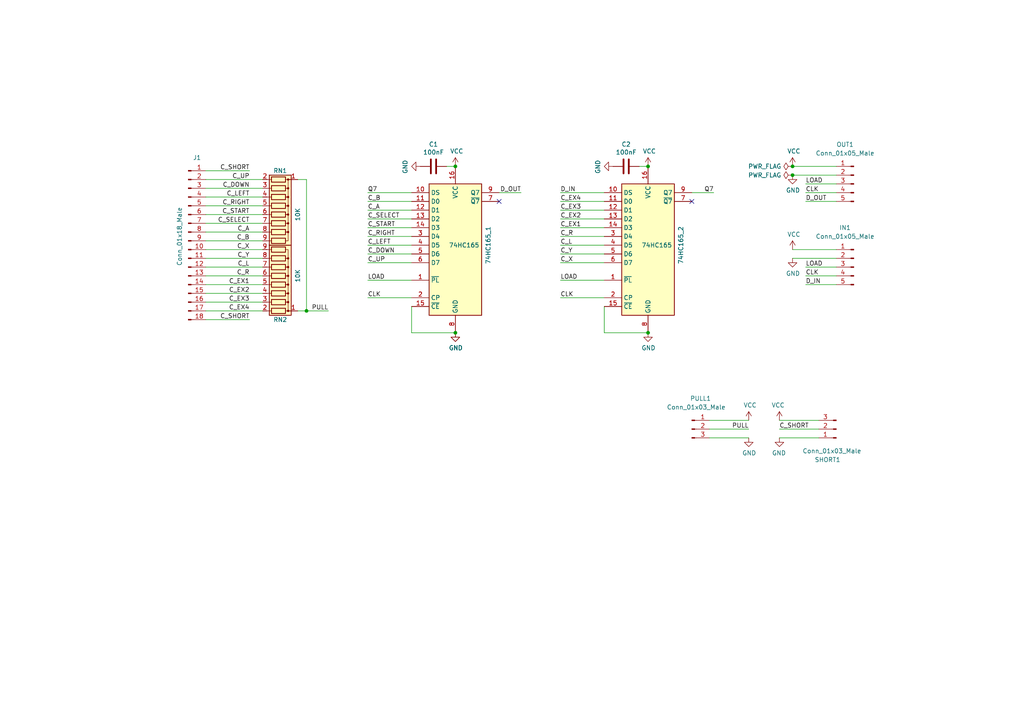
<source format=kicad_sch>
(kicad_sch (version 20211123) (generator eeschema)

  (uuid 30f15357-ce1d-48b9-93dc-7d9b1b2aa048)

  (paper "A4")

  (title_block
    (title "Joystick Input Board")
    (rev "2")
    (company "Amos Home")
  )

  (lib_symbols
    (symbol "74xx:74HC165" (in_bom yes) (on_board yes)
      (property "Reference" "U" (id 0) (at -7.62 19.05 0)
        (effects (font (size 1.27 1.27)))
      )
      (property "Value" "74HC165" (id 1) (at -7.62 -21.59 0)
        (effects (font (size 1.27 1.27)))
      )
      (property "Footprint" "" (id 2) (at 0 0 0)
        (effects (font (size 1.27 1.27)) hide)
      )
      (property "Datasheet" "https://assets.nexperia.com/documents/data-sheet/74HC_HCT165.pdf" (id 3) (at 0 0 0)
        (effects (font (size 1.27 1.27)) hide)
      )
      (property "ki_keywords" "8 bit shift register parallel load cmos" (id 4) (at 0 0 0)
        (effects (font (size 1.27 1.27)) hide)
      )
      (property "ki_description" "Shift Register, 8-bit, Parallel Load" (id 5) (at 0 0 0)
        (effects (font (size 1.27 1.27)) hide)
      )
      (property "ki_fp_filters" "DIP?16* SO*16*3.9x9.9mm*P1.27mm* SSOP*16*5.3x6.2mm*P0.65mm* TSSOP*16*4.4x5mm*P0.65*" (id 6) (at 0 0 0)
        (effects (font (size 1.27 1.27)) hide)
      )
      (symbol "74HC165_1_0"
        (pin input line (at -12.7 -10.16 0) (length 5.08)
          (name "~{PL}" (effects (font (size 1.27 1.27))))
          (number "1" (effects (font (size 1.27 1.27))))
        )
        (pin input line (at -12.7 15.24 0) (length 5.08)
          (name "DS" (effects (font (size 1.27 1.27))))
          (number "10" (effects (font (size 1.27 1.27))))
        )
        (pin input line (at -12.7 12.7 0) (length 5.08)
          (name "D0" (effects (font (size 1.27 1.27))))
          (number "11" (effects (font (size 1.27 1.27))))
        )
        (pin input line (at -12.7 10.16 0) (length 5.08)
          (name "D1" (effects (font (size 1.27 1.27))))
          (number "12" (effects (font (size 1.27 1.27))))
        )
        (pin input line (at -12.7 7.62 0) (length 5.08)
          (name "D2" (effects (font (size 1.27 1.27))))
          (number "13" (effects (font (size 1.27 1.27))))
        )
        (pin input line (at -12.7 5.08 0) (length 5.08)
          (name "D3" (effects (font (size 1.27 1.27))))
          (number "14" (effects (font (size 1.27 1.27))))
        )
        (pin input line (at -12.7 -17.78 0) (length 5.08)
          (name "~{CE}" (effects (font (size 1.27 1.27))))
          (number "15" (effects (font (size 1.27 1.27))))
        )
        (pin power_in line (at 0 22.86 270) (length 5.08)
          (name "VCC" (effects (font (size 1.27 1.27))))
          (number "16" (effects (font (size 1.27 1.27))))
        )
        (pin input line (at -12.7 -15.24 0) (length 5.08)
          (name "CP" (effects (font (size 1.27 1.27))))
          (number "2" (effects (font (size 1.27 1.27))))
        )
        (pin input line (at -12.7 2.54 0) (length 5.08)
          (name "D4" (effects (font (size 1.27 1.27))))
          (number "3" (effects (font (size 1.27 1.27))))
        )
        (pin input line (at -12.7 0 0) (length 5.08)
          (name "D5" (effects (font (size 1.27 1.27))))
          (number "4" (effects (font (size 1.27 1.27))))
        )
        (pin input line (at -12.7 -2.54 0) (length 5.08)
          (name "D6" (effects (font (size 1.27 1.27))))
          (number "5" (effects (font (size 1.27 1.27))))
        )
        (pin input line (at -12.7 -5.08 0) (length 5.08)
          (name "D7" (effects (font (size 1.27 1.27))))
          (number "6" (effects (font (size 1.27 1.27))))
        )
        (pin output line (at 12.7 12.7 180) (length 5.08)
          (name "~{Q7}" (effects (font (size 1.27 1.27))))
          (number "7" (effects (font (size 1.27 1.27))))
        )
        (pin power_in line (at 0 -25.4 90) (length 5.08)
          (name "GND" (effects (font (size 1.27 1.27))))
          (number "8" (effects (font (size 1.27 1.27))))
        )
        (pin output line (at 12.7 15.24 180) (length 5.08)
          (name "Q7" (effects (font (size 1.27 1.27))))
          (number "9" (effects (font (size 1.27 1.27))))
        )
      )
      (symbol "74HC165_1_1"
        (rectangle (start -7.62 17.78) (end 7.62 -20.32)
          (stroke (width 0.254) (type default) (color 0 0 0 0))
          (fill (type background))
        )
      )
    )
    (symbol "Connector:Conn_01x03_Male" (pin_names (offset 1.016) hide) (in_bom yes) (on_board yes)
      (property "Reference" "J" (id 0) (at 0 5.08 0)
        (effects (font (size 1.27 1.27)))
      )
      (property "Value" "Conn_01x03_Male" (id 1) (at 0 -5.08 0)
        (effects (font (size 1.27 1.27)))
      )
      (property "Footprint" "" (id 2) (at 0 0 0)
        (effects (font (size 1.27 1.27)) hide)
      )
      (property "Datasheet" "~" (id 3) (at 0 0 0)
        (effects (font (size 1.27 1.27)) hide)
      )
      (property "ki_keywords" "connector" (id 4) (at 0 0 0)
        (effects (font (size 1.27 1.27)) hide)
      )
      (property "ki_description" "Generic connector, single row, 01x03, script generated (kicad-library-utils/schlib/autogen/connector/)" (id 5) (at 0 0 0)
        (effects (font (size 1.27 1.27)) hide)
      )
      (property "ki_fp_filters" "Connector*:*_1x??_*" (id 6) (at 0 0 0)
        (effects (font (size 1.27 1.27)) hide)
      )
      (symbol "Conn_01x03_Male_1_1"
        (polyline
          (pts
            (xy 1.27 -2.54)
            (xy 0.8636 -2.54)
          )
          (stroke (width 0.1524) (type default) (color 0 0 0 0))
          (fill (type none))
        )
        (polyline
          (pts
            (xy 1.27 0)
            (xy 0.8636 0)
          )
          (stroke (width 0.1524) (type default) (color 0 0 0 0))
          (fill (type none))
        )
        (polyline
          (pts
            (xy 1.27 2.54)
            (xy 0.8636 2.54)
          )
          (stroke (width 0.1524) (type default) (color 0 0 0 0))
          (fill (type none))
        )
        (rectangle (start 0.8636 -2.413) (end 0 -2.667)
          (stroke (width 0.1524) (type default) (color 0 0 0 0))
          (fill (type outline))
        )
        (rectangle (start 0.8636 0.127) (end 0 -0.127)
          (stroke (width 0.1524) (type default) (color 0 0 0 0))
          (fill (type outline))
        )
        (rectangle (start 0.8636 2.667) (end 0 2.413)
          (stroke (width 0.1524) (type default) (color 0 0 0 0))
          (fill (type outline))
        )
        (pin passive line (at 5.08 2.54 180) (length 3.81)
          (name "Pin_1" (effects (font (size 1.27 1.27))))
          (number "1" (effects (font (size 1.27 1.27))))
        )
        (pin passive line (at 5.08 0 180) (length 3.81)
          (name "Pin_2" (effects (font (size 1.27 1.27))))
          (number "2" (effects (font (size 1.27 1.27))))
        )
        (pin passive line (at 5.08 -2.54 180) (length 3.81)
          (name "Pin_3" (effects (font (size 1.27 1.27))))
          (number "3" (effects (font (size 1.27 1.27))))
        )
      )
    )
    (symbol "Connector:Conn_01x05_Male" (pin_names (offset 1.016) hide) (in_bom yes) (on_board yes)
      (property "Reference" "J" (id 0) (at 0 7.62 0)
        (effects (font (size 1.27 1.27)))
      )
      (property "Value" "Conn_01x05_Male" (id 1) (at 0 -7.62 0)
        (effects (font (size 1.27 1.27)))
      )
      (property "Footprint" "" (id 2) (at 0 0 0)
        (effects (font (size 1.27 1.27)) hide)
      )
      (property "Datasheet" "~" (id 3) (at 0 0 0)
        (effects (font (size 1.27 1.27)) hide)
      )
      (property "ki_keywords" "connector" (id 4) (at 0 0 0)
        (effects (font (size 1.27 1.27)) hide)
      )
      (property "ki_description" "Generic connector, single row, 01x05, script generated (kicad-library-utils/schlib/autogen/connector/)" (id 5) (at 0 0 0)
        (effects (font (size 1.27 1.27)) hide)
      )
      (property "ki_fp_filters" "Connector*:*_1x??_*" (id 6) (at 0 0 0)
        (effects (font (size 1.27 1.27)) hide)
      )
      (symbol "Conn_01x05_Male_1_1"
        (polyline
          (pts
            (xy 1.27 -5.08)
            (xy 0.8636 -5.08)
          )
          (stroke (width 0.1524) (type default) (color 0 0 0 0))
          (fill (type none))
        )
        (polyline
          (pts
            (xy 1.27 -2.54)
            (xy 0.8636 -2.54)
          )
          (stroke (width 0.1524) (type default) (color 0 0 0 0))
          (fill (type none))
        )
        (polyline
          (pts
            (xy 1.27 0)
            (xy 0.8636 0)
          )
          (stroke (width 0.1524) (type default) (color 0 0 0 0))
          (fill (type none))
        )
        (polyline
          (pts
            (xy 1.27 2.54)
            (xy 0.8636 2.54)
          )
          (stroke (width 0.1524) (type default) (color 0 0 0 0))
          (fill (type none))
        )
        (polyline
          (pts
            (xy 1.27 5.08)
            (xy 0.8636 5.08)
          )
          (stroke (width 0.1524) (type default) (color 0 0 0 0))
          (fill (type none))
        )
        (rectangle (start 0.8636 -4.953) (end 0 -5.207)
          (stroke (width 0.1524) (type default) (color 0 0 0 0))
          (fill (type outline))
        )
        (rectangle (start 0.8636 -2.413) (end 0 -2.667)
          (stroke (width 0.1524) (type default) (color 0 0 0 0))
          (fill (type outline))
        )
        (rectangle (start 0.8636 0.127) (end 0 -0.127)
          (stroke (width 0.1524) (type default) (color 0 0 0 0))
          (fill (type outline))
        )
        (rectangle (start 0.8636 2.667) (end 0 2.413)
          (stroke (width 0.1524) (type default) (color 0 0 0 0))
          (fill (type outline))
        )
        (rectangle (start 0.8636 5.207) (end 0 4.953)
          (stroke (width 0.1524) (type default) (color 0 0 0 0))
          (fill (type outline))
        )
        (pin passive line (at 5.08 5.08 180) (length 3.81)
          (name "Pin_1" (effects (font (size 1.27 1.27))))
          (number "1" (effects (font (size 1.27 1.27))))
        )
        (pin passive line (at 5.08 2.54 180) (length 3.81)
          (name "Pin_2" (effects (font (size 1.27 1.27))))
          (number "2" (effects (font (size 1.27 1.27))))
        )
        (pin passive line (at 5.08 0 180) (length 3.81)
          (name "Pin_3" (effects (font (size 1.27 1.27))))
          (number "3" (effects (font (size 1.27 1.27))))
        )
        (pin passive line (at 5.08 -2.54 180) (length 3.81)
          (name "Pin_4" (effects (font (size 1.27 1.27))))
          (number "4" (effects (font (size 1.27 1.27))))
        )
        (pin passive line (at 5.08 -5.08 180) (length 3.81)
          (name "Pin_5" (effects (font (size 1.27 1.27))))
          (number "5" (effects (font (size 1.27 1.27))))
        )
      )
    )
    (symbol "Connector:Conn_01x18_Male" (pin_names (offset 1.016) hide) (in_bom yes) (on_board yes)
      (property "Reference" "J" (id 0) (at 0 22.86 0)
        (effects (font (size 1.27 1.27)))
      )
      (property "Value" "Conn_01x18_Male" (id 1) (at 0 -25.4 0)
        (effects (font (size 1.27 1.27)))
      )
      (property "Footprint" "" (id 2) (at 0 0 0)
        (effects (font (size 1.27 1.27)) hide)
      )
      (property "Datasheet" "~" (id 3) (at 0 0 0)
        (effects (font (size 1.27 1.27)) hide)
      )
      (property "ki_keywords" "connector" (id 4) (at 0 0 0)
        (effects (font (size 1.27 1.27)) hide)
      )
      (property "ki_description" "Generic connector, single row, 01x18, script generated (kicad-library-utils/schlib/autogen/connector/)" (id 5) (at 0 0 0)
        (effects (font (size 1.27 1.27)) hide)
      )
      (property "ki_fp_filters" "Connector*:*_1x??_*" (id 6) (at 0 0 0)
        (effects (font (size 1.27 1.27)) hide)
      )
      (symbol "Conn_01x18_Male_1_1"
        (polyline
          (pts
            (xy 1.27 -22.86)
            (xy 0.8636 -22.86)
          )
          (stroke (width 0.1524) (type default) (color 0 0 0 0))
          (fill (type none))
        )
        (polyline
          (pts
            (xy 1.27 -20.32)
            (xy 0.8636 -20.32)
          )
          (stroke (width 0.1524) (type default) (color 0 0 0 0))
          (fill (type none))
        )
        (polyline
          (pts
            (xy 1.27 -17.78)
            (xy 0.8636 -17.78)
          )
          (stroke (width 0.1524) (type default) (color 0 0 0 0))
          (fill (type none))
        )
        (polyline
          (pts
            (xy 1.27 -15.24)
            (xy 0.8636 -15.24)
          )
          (stroke (width 0.1524) (type default) (color 0 0 0 0))
          (fill (type none))
        )
        (polyline
          (pts
            (xy 1.27 -12.7)
            (xy 0.8636 -12.7)
          )
          (stroke (width 0.1524) (type default) (color 0 0 0 0))
          (fill (type none))
        )
        (polyline
          (pts
            (xy 1.27 -10.16)
            (xy 0.8636 -10.16)
          )
          (stroke (width 0.1524) (type default) (color 0 0 0 0))
          (fill (type none))
        )
        (polyline
          (pts
            (xy 1.27 -7.62)
            (xy 0.8636 -7.62)
          )
          (stroke (width 0.1524) (type default) (color 0 0 0 0))
          (fill (type none))
        )
        (polyline
          (pts
            (xy 1.27 -5.08)
            (xy 0.8636 -5.08)
          )
          (stroke (width 0.1524) (type default) (color 0 0 0 0))
          (fill (type none))
        )
        (polyline
          (pts
            (xy 1.27 -2.54)
            (xy 0.8636 -2.54)
          )
          (stroke (width 0.1524) (type default) (color 0 0 0 0))
          (fill (type none))
        )
        (polyline
          (pts
            (xy 1.27 0)
            (xy 0.8636 0)
          )
          (stroke (width 0.1524) (type default) (color 0 0 0 0))
          (fill (type none))
        )
        (polyline
          (pts
            (xy 1.27 2.54)
            (xy 0.8636 2.54)
          )
          (stroke (width 0.1524) (type default) (color 0 0 0 0))
          (fill (type none))
        )
        (polyline
          (pts
            (xy 1.27 5.08)
            (xy 0.8636 5.08)
          )
          (stroke (width 0.1524) (type default) (color 0 0 0 0))
          (fill (type none))
        )
        (polyline
          (pts
            (xy 1.27 7.62)
            (xy 0.8636 7.62)
          )
          (stroke (width 0.1524) (type default) (color 0 0 0 0))
          (fill (type none))
        )
        (polyline
          (pts
            (xy 1.27 10.16)
            (xy 0.8636 10.16)
          )
          (stroke (width 0.1524) (type default) (color 0 0 0 0))
          (fill (type none))
        )
        (polyline
          (pts
            (xy 1.27 12.7)
            (xy 0.8636 12.7)
          )
          (stroke (width 0.1524) (type default) (color 0 0 0 0))
          (fill (type none))
        )
        (polyline
          (pts
            (xy 1.27 15.24)
            (xy 0.8636 15.24)
          )
          (stroke (width 0.1524) (type default) (color 0 0 0 0))
          (fill (type none))
        )
        (polyline
          (pts
            (xy 1.27 17.78)
            (xy 0.8636 17.78)
          )
          (stroke (width 0.1524) (type default) (color 0 0 0 0))
          (fill (type none))
        )
        (polyline
          (pts
            (xy 1.27 20.32)
            (xy 0.8636 20.32)
          )
          (stroke (width 0.1524) (type default) (color 0 0 0 0))
          (fill (type none))
        )
        (rectangle (start 0.8636 -22.733) (end 0 -22.987)
          (stroke (width 0.1524) (type default) (color 0 0 0 0))
          (fill (type outline))
        )
        (rectangle (start 0.8636 -20.193) (end 0 -20.447)
          (stroke (width 0.1524) (type default) (color 0 0 0 0))
          (fill (type outline))
        )
        (rectangle (start 0.8636 -17.653) (end 0 -17.907)
          (stroke (width 0.1524) (type default) (color 0 0 0 0))
          (fill (type outline))
        )
        (rectangle (start 0.8636 -15.113) (end 0 -15.367)
          (stroke (width 0.1524) (type default) (color 0 0 0 0))
          (fill (type outline))
        )
        (rectangle (start 0.8636 -12.573) (end 0 -12.827)
          (stroke (width 0.1524) (type default) (color 0 0 0 0))
          (fill (type outline))
        )
        (rectangle (start 0.8636 -10.033) (end 0 -10.287)
          (stroke (width 0.1524) (type default) (color 0 0 0 0))
          (fill (type outline))
        )
        (rectangle (start 0.8636 -7.493) (end 0 -7.747)
          (stroke (width 0.1524) (type default) (color 0 0 0 0))
          (fill (type outline))
        )
        (rectangle (start 0.8636 -4.953) (end 0 -5.207)
          (stroke (width 0.1524) (type default) (color 0 0 0 0))
          (fill (type outline))
        )
        (rectangle (start 0.8636 -2.413) (end 0 -2.667)
          (stroke (width 0.1524) (type default) (color 0 0 0 0))
          (fill (type outline))
        )
        (rectangle (start 0.8636 0.127) (end 0 -0.127)
          (stroke (width 0.1524) (type default) (color 0 0 0 0))
          (fill (type outline))
        )
        (rectangle (start 0.8636 2.667) (end 0 2.413)
          (stroke (width 0.1524) (type default) (color 0 0 0 0))
          (fill (type outline))
        )
        (rectangle (start 0.8636 5.207) (end 0 4.953)
          (stroke (width 0.1524) (type default) (color 0 0 0 0))
          (fill (type outline))
        )
        (rectangle (start 0.8636 7.747) (end 0 7.493)
          (stroke (width 0.1524) (type default) (color 0 0 0 0))
          (fill (type outline))
        )
        (rectangle (start 0.8636 10.287) (end 0 10.033)
          (stroke (width 0.1524) (type default) (color 0 0 0 0))
          (fill (type outline))
        )
        (rectangle (start 0.8636 12.827) (end 0 12.573)
          (stroke (width 0.1524) (type default) (color 0 0 0 0))
          (fill (type outline))
        )
        (rectangle (start 0.8636 15.367) (end 0 15.113)
          (stroke (width 0.1524) (type default) (color 0 0 0 0))
          (fill (type outline))
        )
        (rectangle (start 0.8636 17.907) (end 0 17.653)
          (stroke (width 0.1524) (type default) (color 0 0 0 0))
          (fill (type outline))
        )
        (rectangle (start 0.8636 20.447) (end 0 20.193)
          (stroke (width 0.1524) (type default) (color 0 0 0 0))
          (fill (type outline))
        )
        (pin passive line (at 5.08 20.32 180) (length 3.81)
          (name "Pin_1" (effects (font (size 1.27 1.27))))
          (number "1" (effects (font (size 1.27 1.27))))
        )
        (pin passive line (at 5.08 -2.54 180) (length 3.81)
          (name "Pin_10" (effects (font (size 1.27 1.27))))
          (number "10" (effects (font (size 1.27 1.27))))
        )
        (pin passive line (at 5.08 -5.08 180) (length 3.81)
          (name "Pin_11" (effects (font (size 1.27 1.27))))
          (number "11" (effects (font (size 1.27 1.27))))
        )
        (pin passive line (at 5.08 -7.62 180) (length 3.81)
          (name "Pin_12" (effects (font (size 1.27 1.27))))
          (number "12" (effects (font (size 1.27 1.27))))
        )
        (pin passive line (at 5.08 -10.16 180) (length 3.81)
          (name "Pin_13" (effects (font (size 1.27 1.27))))
          (number "13" (effects (font (size 1.27 1.27))))
        )
        (pin passive line (at 5.08 -12.7 180) (length 3.81)
          (name "Pin_14" (effects (font (size 1.27 1.27))))
          (number "14" (effects (font (size 1.27 1.27))))
        )
        (pin passive line (at 5.08 -15.24 180) (length 3.81)
          (name "Pin_15" (effects (font (size 1.27 1.27))))
          (number "15" (effects (font (size 1.27 1.27))))
        )
        (pin passive line (at 5.08 -17.78 180) (length 3.81)
          (name "Pin_16" (effects (font (size 1.27 1.27))))
          (number "16" (effects (font (size 1.27 1.27))))
        )
        (pin passive line (at 5.08 -20.32 180) (length 3.81)
          (name "Pin_17" (effects (font (size 1.27 1.27))))
          (number "17" (effects (font (size 1.27 1.27))))
        )
        (pin passive line (at 5.08 -22.86 180) (length 3.81)
          (name "Pin_18" (effects (font (size 1.27 1.27))))
          (number "18" (effects (font (size 1.27 1.27))))
        )
        (pin passive line (at 5.08 17.78 180) (length 3.81)
          (name "Pin_2" (effects (font (size 1.27 1.27))))
          (number "2" (effects (font (size 1.27 1.27))))
        )
        (pin passive line (at 5.08 15.24 180) (length 3.81)
          (name "Pin_3" (effects (font (size 1.27 1.27))))
          (number "3" (effects (font (size 1.27 1.27))))
        )
        (pin passive line (at 5.08 12.7 180) (length 3.81)
          (name "Pin_4" (effects (font (size 1.27 1.27))))
          (number "4" (effects (font (size 1.27 1.27))))
        )
        (pin passive line (at 5.08 10.16 180) (length 3.81)
          (name "Pin_5" (effects (font (size 1.27 1.27))))
          (number "5" (effects (font (size 1.27 1.27))))
        )
        (pin passive line (at 5.08 7.62 180) (length 3.81)
          (name "Pin_6" (effects (font (size 1.27 1.27))))
          (number "6" (effects (font (size 1.27 1.27))))
        )
        (pin passive line (at 5.08 5.08 180) (length 3.81)
          (name "Pin_7" (effects (font (size 1.27 1.27))))
          (number "7" (effects (font (size 1.27 1.27))))
        )
        (pin passive line (at 5.08 2.54 180) (length 3.81)
          (name "Pin_8" (effects (font (size 1.27 1.27))))
          (number "8" (effects (font (size 1.27 1.27))))
        )
        (pin passive line (at 5.08 0 180) (length 3.81)
          (name "Pin_9" (effects (font (size 1.27 1.27))))
          (number "9" (effects (font (size 1.27 1.27))))
        )
      )
    )
    (symbol "Device:C" (pin_numbers hide) (pin_names (offset 0.254)) (in_bom yes) (on_board yes)
      (property "Reference" "C" (id 0) (at 0.635 2.54 0)
        (effects (font (size 1.27 1.27)) (justify left))
      )
      (property "Value" "C" (id 1) (at 0.635 -2.54 0)
        (effects (font (size 1.27 1.27)) (justify left))
      )
      (property "Footprint" "" (id 2) (at 0.9652 -3.81 0)
        (effects (font (size 1.27 1.27)) hide)
      )
      (property "Datasheet" "~" (id 3) (at 0 0 0)
        (effects (font (size 1.27 1.27)) hide)
      )
      (property "ki_keywords" "cap capacitor" (id 4) (at 0 0 0)
        (effects (font (size 1.27 1.27)) hide)
      )
      (property "ki_description" "Unpolarized capacitor" (id 5) (at 0 0 0)
        (effects (font (size 1.27 1.27)) hide)
      )
      (property "ki_fp_filters" "C_*" (id 6) (at 0 0 0)
        (effects (font (size 1.27 1.27)) hide)
      )
      (symbol "C_0_1"
        (polyline
          (pts
            (xy -2.032 -0.762)
            (xy 2.032 -0.762)
          )
          (stroke (width 0.508) (type default) (color 0 0 0 0))
          (fill (type none))
        )
        (polyline
          (pts
            (xy -2.032 0.762)
            (xy 2.032 0.762)
          )
          (stroke (width 0.508) (type default) (color 0 0 0 0))
          (fill (type none))
        )
      )
      (symbol "C_1_1"
        (pin passive line (at 0 3.81 270) (length 2.794)
          (name "~" (effects (font (size 1.27 1.27))))
          (number "1" (effects (font (size 1.27 1.27))))
        )
        (pin passive line (at 0 -3.81 90) (length 2.794)
          (name "~" (effects (font (size 1.27 1.27))))
          (number "2" (effects (font (size 1.27 1.27))))
        )
      )
    )
    (symbol "Device:R_Network08" (pin_names (offset 0) hide) (in_bom yes) (on_board yes)
      (property "Reference" "RN" (id 0) (at -12.7 0 90)
        (effects (font (size 1.27 1.27)))
      )
      (property "Value" "R_Network08" (id 1) (at 10.16 0 90)
        (effects (font (size 1.27 1.27)))
      )
      (property "Footprint" "Resistor_THT:R_Array_SIP9" (id 2) (at 12.065 0 90)
        (effects (font (size 1.27 1.27)) hide)
      )
      (property "Datasheet" "http://www.vishay.com/docs/31509/csc.pdf" (id 3) (at 0 0 0)
        (effects (font (size 1.27 1.27)) hide)
      )
      (property "ki_keywords" "R network star-topology" (id 4) (at 0 0 0)
        (effects (font (size 1.27 1.27)) hide)
      )
      (property "ki_description" "8 resistor network, star topology, bussed resistors, small symbol" (id 5) (at 0 0 0)
        (effects (font (size 1.27 1.27)) hide)
      )
      (property "ki_fp_filters" "R?Array?SIP*" (id 6) (at 0 0 0)
        (effects (font (size 1.27 1.27)) hide)
      )
      (symbol "R_Network08_0_1"
        (rectangle (start -11.43 -3.175) (end 8.89 3.175)
          (stroke (width 0.254) (type default) (color 0 0 0 0))
          (fill (type background))
        )
        (rectangle (start -10.922 1.524) (end -9.398 -2.54)
          (stroke (width 0.254) (type default) (color 0 0 0 0))
          (fill (type none))
        )
        (circle (center -10.16 2.286) (radius 0.254)
          (stroke (width 0) (type default) (color 0 0 0 0))
          (fill (type outline))
        )
        (rectangle (start -8.382 1.524) (end -6.858 -2.54)
          (stroke (width 0.254) (type default) (color 0 0 0 0))
          (fill (type none))
        )
        (circle (center -7.62 2.286) (radius 0.254)
          (stroke (width 0) (type default) (color 0 0 0 0))
          (fill (type outline))
        )
        (rectangle (start -5.842 1.524) (end -4.318 -2.54)
          (stroke (width 0.254) (type default) (color 0 0 0 0))
          (fill (type none))
        )
        (circle (center -5.08 2.286) (radius 0.254)
          (stroke (width 0) (type default) (color 0 0 0 0))
          (fill (type outline))
        )
        (rectangle (start -3.302 1.524) (end -1.778 -2.54)
          (stroke (width 0.254) (type default) (color 0 0 0 0))
          (fill (type none))
        )
        (circle (center -2.54 2.286) (radius 0.254)
          (stroke (width 0) (type default) (color 0 0 0 0))
          (fill (type outline))
        )
        (rectangle (start -0.762 1.524) (end 0.762 -2.54)
          (stroke (width 0.254) (type default) (color 0 0 0 0))
          (fill (type none))
        )
        (polyline
          (pts
            (xy -10.16 -2.54)
            (xy -10.16 -3.81)
          )
          (stroke (width 0) (type default) (color 0 0 0 0))
          (fill (type none))
        )
        (polyline
          (pts
            (xy -7.62 -2.54)
            (xy -7.62 -3.81)
          )
          (stroke (width 0) (type default) (color 0 0 0 0))
          (fill (type none))
        )
        (polyline
          (pts
            (xy -5.08 -2.54)
            (xy -5.08 -3.81)
          )
          (stroke (width 0) (type default) (color 0 0 0 0))
          (fill (type none))
        )
        (polyline
          (pts
            (xy -2.54 -2.54)
            (xy -2.54 -3.81)
          )
          (stroke (width 0) (type default) (color 0 0 0 0))
          (fill (type none))
        )
        (polyline
          (pts
            (xy 0 -2.54)
            (xy 0 -3.81)
          )
          (stroke (width 0) (type default) (color 0 0 0 0))
          (fill (type none))
        )
        (polyline
          (pts
            (xy 2.54 -2.54)
            (xy 2.54 -3.81)
          )
          (stroke (width 0) (type default) (color 0 0 0 0))
          (fill (type none))
        )
        (polyline
          (pts
            (xy 5.08 -2.54)
            (xy 5.08 -3.81)
          )
          (stroke (width 0) (type default) (color 0 0 0 0))
          (fill (type none))
        )
        (polyline
          (pts
            (xy 7.62 -2.54)
            (xy 7.62 -3.81)
          )
          (stroke (width 0) (type default) (color 0 0 0 0))
          (fill (type none))
        )
        (polyline
          (pts
            (xy -10.16 1.524)
            (xy -10.16 2.286)
            (xy -7.62 2.286)
            (xy -7.62 1.524)
          )
          (stroke (width 0) (type default) (color 0 0 0 0))
          (fill (type none))
        )
        (polyline
          (pts
            (xy -7.62 1.524)
            (xy -7.62 2.286)
            (xy -5.08 2.286)
            (xy -5.08 1.524)
          )
          (stroke (width 0) (type default) (color 0 0 0 0))
          (fill (type none))
        )
        (polyline
          (pts
            (xy -5.08 1.524)
            (xy -5.08 2.286)
            (xy -2.54 2.286)
            (xy -2.54 1.524)
          )
          (stroke (width 0) (type default) (color 0 0 0 0))
          (fill (type none))
        )
        (polyline
          (pts
            (xy -2.54 1.524)
            (xy -2.54 2.286)
            (xy 0 2.286)
            (xy 0 1.524)
          )
          (stroke (width 0) (type default) (color 0 0 0 0))
          (fill (type none))
        )
        (polyline
          (pts
            (xy 0 1.524)
            (xy 0 2.286)
            (xy 2.54 2.286)
            (xy 2.54 1.524)
          )
          (stroke (width 0) (type default) (color 0 0 0 0))
          (fill (type none))
        )
        (polyline
          (pts
            (xy 2.54 1.524)
            (xy 2.54 2.286)
            (xy 5.08 2.286)
            (xy 5.08 1.524)
          )
          (stroke (width 0) (type default) (color 0 0 0 0))
          (fill (type none))
        )
        (polyline
          (pts
            (xy 5.08 1.524)
            (xy 5.08 2.286)
            (xy 7.62 2.286)
            (xy 7.62 1.524)
          )
          (stroke (width 0) (type default) (color 0 0 0 0))
          (fill (type none))
        )
        (circle (center 0 2.286) (radius 0.254)
          (stroke (width 0) (type default) (color 0 0 0 0))
          (fill (type outline))
        )
        (rectangle (start 1.778 1.524) (end 3.302 -2.54)
          (stroke (width 0.254) (type default) (color 0 0 0 0))
          (fill (type none))
        )
        (circle (center 2.54 2.286) (radius 0.254)
          (stroke (width 0) (type default) (color 0 0 0 0))
          (fill (type outline))
        )
        (rectangle (start 4.318 1.524) (end 5.842 -2.54)
          (stroke (width 0.254) (type default) (color 0 0 0 0))
          (fill (type none))
        )
        (circle (center 5.08 2.286) (radius 0.254)
          (stroke (width 0) (type default) (color 0 0 0 0))
          (fill (type outline))
        )
        (rectangle (start 6.858 1.524) (end 8.382 -2.54)
          (stroke (width 0.254) (type default) (color 0 0 0 0))
          (fill (type none))
        )
      )
      (symbol "R_Network08_1_1"
        (pin passive line (at -10.16 5.08 270) (length 2.54)
          (name "common" (effects (font (size 1.27 1.27))))
          (number "1" (effects (font (size 1.27 1.27))))
        )
        (pin passive line (at -10.16 -5.08 90) (length 1.27)
          (name "R1" (effects (font (size 1.27 1.27))))
          (number "2" (effects (font (size 1.27 1.27))))
        )
        (pin passive line (at -7.62 -5.08 90) (length 1.27)
          (name "R2" (effects (font (size 1.27 1.27))))
          (number "3" (effects (font (size 1.27 1.27))))
        )
        (pin passive line (at -5.08 -5.08 90) (length 1.27)
          (name "R3" (effects (font (size 1.27 1.27))))
          (number "4" (effects (font (size 1.27 1.27))))
        )
        (pin passive line (at -2.54 -5.08 90) (length 1.27)
          (name "R4" (effects (font (size 1.27 1.27))))
          (number "5" (effects (font (size 1.27 1.27))))
        )
        (pin passive line (at 0 -5.08 90) (length 1.27)
          (name "R5" (effects (font (size 1.27 1.27))))
          (number "6" (effects (font (size 1.27 1.27))))
        )
        (pin passive line (at 2.54 -5.08 90) (length 1.27)
          (name "R6" (effects (font (size 1.27 1.27))))
          (number "7" (effects (font (size 1.27 1.27))))
        )
        (pin passive line (at 5.08 -5.08 90) (length 1.27)
          (name "R7" (effects (font (size 1.27 1.27))))
          (number "8" (effects (font (size 1.27 1.27))))
        )
        (pin passive line (at 7.62 -5.08 90) (length 1.27)
          (name "R8" (effects (font (size 1.27 1.27))))
          (number "9" (effects (font (size 1.27 1.27))))
        )
      )
    )
    (symbol "power:GND" (power) (pin_names (offset 0)) (in_bom yes) (on_board yes)
      (property "Reference" "#PWR" (id 0) (at 0 -6.35 0)
        (effects (font (size 1.27 1.27)) hide)
      )
      (property "Value" "GND" (id 1) (at 0 -3.81 0)
        (effects (font (size 1.27 1.27)))
      )
      (property "Footprint" "" (id 2) (at 0 0 0)
        (effects (font (size 1.27 1.27)) hide)
      )
      (property "Datasheet" "" (id 3) (at 0 0 0)
        (effects (font (size 1.27 1.27)) hide)
      )
      (property "ki_keywords" "power-flag" (id 4) (at 0 0 0)
        (effects (font (size 1.27 1.27)) hide)
      )
      (property "ki_description" "Power symbol creates a global label with name \"GND\" , ground" (id 5) (at 0 0 0)
        (effects (font (size 1.27 1.27)) hide)
      )
      (symbol "GND_0_1"
        (polyline
          (pts
            (xy 0 0)
            (xy 0 -1.27)
            (xy 1.27 -1.27)
            (xy 0 -2.54)
            (xy -1.27 -1.27)
            (xy 0 -1.27)
          )
          (stroke (width 0) (type default) (color 0 0 0 0))
          (fill (type none))
        )
      )
      (symbol "GND_1_1"
        (pin power_in line (at 0 0 270) (length 0) hide
          (name "GND" (effects (font (size 1.27 1.27))))
          (number "1" (effects (font (size 1.27 1.27))))
        )
      )
    )
    (symbol "power:PWR_FLAG" (power) (pin_numbers hide) (pin_names (offset 0) hide) (in_bom yes) (on_board yes)
      (property "Reference" "#FLG" (id 0) (at 0 1.905 0)
        (effects (font (size 1.27 1.27)) hide)
      )
      (property "Value" "PWR_FLAG" (id 1) (at 0 3.81 0)
        (effects (font (size 1.27 1.27)))
      )
      (property "Footprint" "" (id 2) (at 0 0 0)
        (effects (font (size 1.27 1.27)) hide)
      )
      (property "Datasheet" "~" (id 3) (at 0 0 0)
        (effects (font (size 1.27 1.27)) hide)
      )
      (property "ki_keywords" "power-flag" (id 4) (at 0 0 0)
        (effects (font (size 1.27 1.27)) hide)
      )
      (property "ki_description" "Special symbol for telling ERC where power comes from" (id 5) (at 0 0 0)
        (effects (font (size 1.27 1.27)) hide)
      )
      (symbol "PWR_FLAG_0_0"
        (pin power_out line (at 0 0 90) (length 0)
          (name "pwr" (effects (font (size 1.27 1.27))))
          (number "1" (effects (font (size 1.27 1.27))))
        )
      )
      (symbol "PWR_FLAG_0_1"
        (polyline
          (pts
            (xy 0 0)
            (xy 0 1.27)
            (xy -1.016 1.905)
            (xy 0 2.54)
            (xy 1.016 1.905)
            (xy 0 1.27)
          )
          (stroke (width 0) (type default) (color 0 0 0 0))
          (fill (type none))
        )
      )
    )
    (symbol "power:VCC" (power) (pin_names (offset 0)) (in_bom yes) (on_board yes)
      (property "Reference" "#PWR" (id 0) (at 0 -3.81 0)
        (effects (font (size 1.27 1.27)) hide)
      )
      (property "Value" "VCC" (id 1) (at 0 3.81 0)
        (effects (font (size 1.27 1.27)))
      )
      (property "Footprint" "" (id 2) (at 0 0 0)
        (effects (font (size 1.27 1.27)) hide)
      )
      (property "Datasheet" "" (id 3) (at 0 0 0)
        (effects (font (size 1.27 1.27)) hide)
      )
      (property "ki_keywords" "power-flag" (id 4) (at 0 0 0)
        (effects (font (size 1.27 1.27)) hide)
      )
      (property "ki_description" "Power symbol creates a global label with name \"VCC\"" (id 5) (at 0 0 0)
        (effects (font (size 1.27 1.27)) hide)
      )
      (symbol "VCC_0_1"
        (polyline
          (pts
            (xy -0.762 1.27)
            (xy 0 2.54)
          )
          (stroke (width 0) (type default) (color 0 0 0 0))
          (fill (type none))
        )
        (polyline
          (pts
            (xy 0 0)
            (xy 0 2.54)
          )
          (stroke (width 0) (type default) (color 0 0 0 0))
          (fill (type none))
        )
        (polyline
          (pts
            (xy 0 2.54)
            (xy 0.762 1.27)
          )
          (stroke (width 0) (type default) (color 0 0 0 0))
          (fill (type none))
        )
      )
      (symbol "VCC_1_1"
        (pin power_in line (at 0 0 90) (length 0) hide
          (name "VCC" (effects (font (size 1.27 1.27))))
          (number "1" (effects (font (size 1.27 1.27))))
        )
      )
    )
  )

  (junction (at 229.87 48.26) (diameter 0) (color 0 0 0 0)
    (uuid 3a7648d8-121a-4921-9b92-9b35b76ce39b)
  )
  (junction (at 229.87 50.8) (diameter 0) (color 0 0 0 0)
    (uuid 45008225-f50f-4d6b-b508-6730a9408caf)
  )
  (junction (at 88.9 90.17) (diameter 0) (color 0 0 0 0)
    (uuid 7f52d787-caa3-4a92-b1b2-19d554dc29a4)
  )
  (junction (at 132.08 96.52) (diameter 0) (color 0 0 0 0)
    (uuid 9b0a1687-7e1b-4a04-a30b-c27a072a2949)
  )
  (junction (at 132.08 48.26) (diameter 0) (color 0 0 0 0)
    (uuid cfa5c16e-7859-460d-a0b8-cea7d7ea629c)
  )
  (junction (at 187.96 96.52) (diameter 0) (color 0 0 0 0)
    (uuid f2c93195-af12-4d3e-acdf-bdd0ff675c24)
  )
  (junction (at 187.96 48.26) (diameter 0) (color 0 0 0 0)
    (uuid f97e22f8-fe4d-45c7-8a25-fe7ddb6ef872)
  )

  (no_connect (at 144.78 58.42) (uuid 2f215f15-3d52-4c91-93e6-3ea03a95622f))
  (no_connect (at 200.66 58.42) (uuid 61fe293f-6808-4b7f-9340-9aaac7054a97))

  (wire (pts (xy 132.08 96.52) (xy 119.38 96.52))
    (stroke (width 0) (type default) (color 0 0 0 0))
    (uuid 003c2200-0632-4808-a662-8ddd5d30c768)
  )
  (wire (pts (xy 205.74 121.92) (xy 217.17 121.92))
    (stroke (width 0) (type default) (color 0 0 0 0))
    (uuid 0325ec43-0390-4ae2-b055-b1ec6ce17b1c)
  )
  (wire (pts (xy 88.9 90.17) (xy 95.25 90.17))
    (stroke (width 0) (type default) (color 0 0 0 0))
    (uuid 101ef598-601d-400e-9ef6-d655fbb1dbfa)
  )
  (wire (pts (xy 106.68 63.5) (xy 119.38 63.5))
    (stroke (width 0) (type default) (color 0 0 0 0))
    (uuid 12422a89-3d0c-485c-9386-f77121fd68fd)
  )
  (wire (pts (xy 59.69 72.39) (xy 76.2 72.39))
    (stroke (width 0) (type default) (color 0 0 0 0))
    (uuid 15fe8f3d-6077-4e0e-81d0-8ec3f4538981)
  )
  (wire (pts (xy 106.68 58.42) (xy 119.38 58.42))
    (stroke (width 0) (type default) (color 0 0 0 0))
    (uuid 1a6d2848-e78e-49fe-8978-e1890f07836f)
  )
  (wire (pts (xy 162.56 68.58) (xy 175.26 68.58))
    (stroke (width 0) (type default) (color 0 0 0 0))
    (uuid 1e8701fc-ad24-40ea-846a-e3db538d6077)
  )
  (wire (pts (xy 175.26 88.9) (xy 175.26 96.52))
    (stroke (width 0) (type default) (color 0 0 0 0))
    (uuid 240e07e1-770b-4b27-894f-29fd601c924d)
  )
  (wire (pts (xy 162.56 66.04) (xy 175.26 66.04))
    (stroke (width 0) (type default) (color 0 0 0 0))
    (uuid 25d545dc-8f50-4573-922c-35ef5a2a3a19)
  )
  (wire (pts (xy 226.06 127) (xy 237.49 127))
    (stroke (width 0) (type default) (color 0 0 0 0))
    (uuid 262f1ea9-0133-4b43-be36-456207ea857c)
  )
  (wire (pts (xy 242.57 80.01) (xy 233.68 80.01))
    (stroke (width 0) (type default) (color 0 0 0 0))
    (uuid 2dc272bd-3aa2-45b5-889d-1d3c8aac80f8)
  )
  (wire (pts (xy 59.69 62.23) (xy 76.2 62.23))
    (stroke (width 0) (type default) (color 0 0 0 0))
    (uuid 35a9f71f-ba35-47f6-814e-4106ac36c51e)
  )
  (wire (pts (xy 106.68 68.58) (xy 119.38 68.58))
    (stroke (width 0) (type default) (color 0 0 0 0))
    (uuid 40165eda-4ba6-4565-9bb4-b9df6dbb08da)
  )
  (wire (pts (xy 162.56 81.28) (xy 175.26 81.28))
    (stroke (width 0) (type default) (color 0 0 0 0))
    (uuid 40976bf0-19de-460f-ad64-224d4f51e16b)
  )
  (wire (pts (xy 106.68 73.66) (xy 119.38 73.66))
    (stroke (width 0) (type default) (color 0 0 0 0))
    (uuid 4780a290-d25c-4459-9579-eba3f7678762)
  )
  (wire (pts (xy 242.57 77.47) (xy 233.68 77.47))
    (stroke (width 0) (type default) (color 0 0 0 0))
    (uuid 5114c7bf-b955-49f3-a0a8-4b954c81bde0)
  )
  (wire (pts (xy 205.74 127) (xy 217.17 127))
    (stroke (width 0) (type default) (color 0 0 0 0))
    (uuid 576c6616-e95d-4f1e-8ead-dea30fcdc8c2)
  )
  (wire (pts (xy 59.69 59.69) (xy 76.2 59.69))
    (stroke (width 0) (type default) (color 0 0 0 0))
    (uuid 5b34a16c-5a14-4291-8242-ea6d6ac54372)
  )
  (wire (pts (xy 86.36 52.07) (xy 88.9 52.07))
    (stroke (width 0) (type default) (color 0 0 0 0))
    (uuid 65134029-dbd2-409a-85a8-13c2a33ff019)
  )
  (wire (pts (xy 242.57 55.88) (xy 233.68 55.88))
    (stroke (width 0) (type default) (color 0 0 0 0))
    (uuid 6595b9c7-02ee-4647-bde5-6b566e35163e)
  )
  (wire (pts (xy 59.69 54.61) (xy 76.2 54.61))
    (stroke (width 0) (type default) (color 0 0 0 0))
    (uuid 6781326c-6e0d-4753-8f28-0f5c687e01f9)
  )
  (wire (pts (xy 59.69 49.53) (xy 72.39 49.53))
    (stroke (width 0) (type default) (color 0 0 0 0))
    (uuid 68877d35-b796-44db-9124-b8e744e7412e)
  )
  (wire (pts (xy 229.87 48.26) (xy 242.57 48.26))
    (stroke (width 0) (type default) (color 0 0 0 0))
    (uuid 730b670c-9bcf-4dcd-9a8d-fcaa61fb0955)
  )
  (wire (pts (xy 242.57 58.42) (xy 233.68 58.42))
    (stroke (width 0) (type default) (color 0 0 0 0))
    (uuid 770ad51a-7219-4633-b24a-bd20feb0a6c5)
  )
  (wire (pts (xy 205.74 124.46) (xy 217.17 124.46))
    (stroke (width 0) (type default) (color 0 0 0 0))
    (uuid 7b044939-8c4d-444f-b9e0-a15fcdeb5a86)
  )
  (wire (pts (xy 185.42 48.26) (xy 187.96 48.26))
    (stroke (width 0) (type default) (color 0 0 0 0))
    (uuid 7b15ef17-15d6-439f-9215-65d898ffd57d)
  )
  (wire (pts (xy 151.13 55.88) (xy 144.78 55.88))
    (stroke (width 0) (type default) (color 0 0 0 0))
    (uuid 7bbf981c-a063-4e30-8911-e4228e1c0743)
  )
  (wire (pts (xy 106.68 60.96) (xy 119.38 60.96))
    (stroke (width 0) (type default) (color 0 0 0 0))
    (uuid 7d34f6b1-ab31-49be-b011-c67fe67a8a56)
  )
  (wire (pts (xy 106.68 71.12) (xy 119.38 71.12))
    (stroke (width 0) (type default) (color 0 0 0 0))
    (uuid 7e023245-2c2b-4e2b-bfb9-5d35176e88f2)
  )
  (wire (pts (xy 207.01 55.88) (xy 200.66 55.88))
    (stroke (width 0) (type default) (color 0 0 0 0))
    (uuid 7edc9030-db7b-43ac-a1b3-b87eeacb4c2d)
  )
  (wire (pts (xy 88.9 52.07) (xy 88.9 90.17))
    (stroke (width 0) (type default) (color 0 0 0 0))
    (uuid 7f2301df-e4bc-479e-a681-cc59c9a2dbbb)
  )
  (wire (pts (xy 59.69 74.93) (xy 76.2 74.93))
    (stroke (width 0) (type default) (color 0 0 0 0))
    (uuid 814763c2-92e5-4a2c-941c-9bbd073f6e87)
  )
  (wire (pts (xy 59.69 80.01) (xy 76.2 80.01))
    (stroke (width 0) (type default) (color 0 0 0 0))
    (uuid 82be7aae-5d06-4178-8c3e-98760c41b054)
  )
  (wire (pts (xy 59.69 92.71) (xy 72.39 92.71))
    (stroke (width 0) (type default) (color 0 0 0 0))
    (uuid 853ee787-6e2c-4f32-bc75-6c17337dd3d5)
  )
  (wire (pts (xy 226.06 121.92) (xy 237.49 121.92))
    (stroke (width 0) (type default) (color 0 0 0 0))
    (uuid 89e83c2e-e90a-4a50-b278-880bac0cfb49)
  )
  (wire (pts (xy 162.56 76.2) (xy 175.26 76.2))
    (stroke (width 0) (type default) (color 0 0 0 0))
    (uuid 8c514922-ffe1-4e37-a260-e807409f2e0d)
  )
  (wire (pts (xy 106.68 66.04) (xy 119.38 66.04))
    (stroke (width 0) (type default) (color 0 0 0 0))
    (uuid 8e06ba1f-e3ba-4eb9-a10e-887dffd566d6)
  )
  (wire (pts (xy 129.54 48.26) (xy 132.08 48.26))
    (stroke (width 0) (type default) (color 0 0 0 0))
    (uuid 8fdcf46f-4408-4ba3-b67d-4703fcafeed5)
  )
  (wire (pts (xy 59.69 67.31) (xy 76.2 67.31))
    (stroke (width 0) (type default) (color 0 0 0 0))
    (uuid 9b3c58a7-a9b9-4498-abc0-f9f43e4f0292)
  )
  (wire (pts (xy 229.87 72.39) (xy 242.57 72.39))
    (stroke (width 0) (type default) (color 0 0 0 0))
    (uuid a17904b9-135e-4dae-ae20-401c7787de72)
  )
  (wire (pts (xy 106.68 55.88) (xy 119.38 55.88))
    (stroke (width 0) (type default) (color 0 0 0 0))
    (uuid a544eb0a-75db-4baf-bf54-9ca21744343b)
  )
  (wire (pts (xy 226.06 124.46) (xy 237.49 124.46))
    (stroke (width 0) (type default) (color 0 0 0 0))
    (uuid a5e521b9-814e-4853-a5ac-f158785c6269)
  )
  (wire (pts (xy 59.69 87.63) (xy 76.2 87.63))
    (stroke (width 0) (type default) (color 0 0 0 0))
    (uuid a6b7df29-bcf8-46a9-b623-7eaac47f5110)
  )
  (wire (pts (xy 86.36 90.17) (xy 88.9 90.17))
    (stroke (width 0) (type default) (color 0 0 0 0))
    (uuid a8447faf-e0a0-4c4a-ae53-4d4b28669151)
  )
  (wire (pts (xy 59.69 90.17) (xy 76.2 90.17))
    (stroke (width 0) (type default) (color 0 0 0 0))
    (uuid a9b3f6e4-7a6d-4ae8-ad28-3d8458e0ca1a)
  )
  (wire (pts (xy 229.87 50.8) (xy 242.57 50.8))
    (stroke (width 0) (type default) (color 0 0 0 0))
    (uuid abe07c9a-17c3-43b5-b7a6-ae867ac27ea7)
  )
  (wire (pts (xy 162.56 58.42) (xy 175.26 58.42))
    (stroke (width 0) (type default) (color 0 0 0 0))
    (uuid aca4de92-9c41-4c2b-9afa-540d02dafa1c)
  )
  (wire (pts (xy 242.57 53.34) (xy 233.68 53.34))
    (stroke (width 0) (type default) (color 0 0 0 0))
    (uuid b1c649b1-f44d-46c7-9dea-818e75a1b87e)
  )
  (wire (pts (xy 106.68 81.28) (xy 119.38 81.28))
    (stroke (width 0) (type default) (color 0 0 0 0))
    (uuid babeabf2-f3b0-4ed5-8d9e-0215947e6cf3)
  )
  (wire (pts (xy 59.69 64.77) (xy 76.2 64.77))
    (stroke (width 0) (type default) (color 0 0 0 0))
    (uuid c094494a-f6f7-43fc-a007-4951484ddf3a)
  )
  (wire (pts (xy 162.56 73.66) (xy 175.26 73.66))
    (stroke (width 0) (type default) (color 0 0 0 0))
    (uuid c25a772d-af9c-4ebc-96f6-0966738c13a8)
  )
  (wire (pts (xy 162.56 60.96) (xy 175.26 60.96))
    (stroke (width 0) (type default) (color 0 0 0 0))
    (uuid c43663ee-9a0d-4f27-a292-89ba89964065)
  )
  (wire (pts (xy 59.69 57.15) (xy 76.2 57.15))
    (stroke (width 0) (type default) (color 0 0 0 0))
    (uuid c701ee8e-1214-4781-a973-17bef7b6e3eb)
  )
  (wire (pts (xy 59.69 52.07) (xy 76.2 52.07))
    (stroke (width 0) (type default) (color 0 0 0 0))
    (uuid c8029a4c-945d-42ca-871a-dd73ff50a1a3)
  )
  (wire (pts (xy 162.56 63.5) (xy 175.26 63.5))
    (stroke (width 0) (type default) (color 0 0 0 0))
    (uuid c830e3bc-dc64-4f65-8f47-3b106bae2807)
  )
  (wire (pts (xy 187.96 96.52) (xy 175.26 96.52))
    (stroke (width 0) (type default) (color 0 0 0 0))
    (uuid cbd8faed-e1f8-4406-87c8-58b2c504a5d4)
  )
  (wire (pts (xy 162.56 71.12) (xy 175.26 71.12))
    (stroke (width 0) (type default) (color 0 0 0 0))
    (uuid d5641ac9-9be7-46bf-90b3-6c83d852b5ba)
  )
  (wire (pts (xy 162.56 55.88) (xy 175.26 55.88))
    (stroke (width 0) (type default) (color 0 0 0 0))
    (uuid d7269d2a-b8c0-422d-8f25-f79ea31bf75e)
  )
  (wire (pts (xy 59.69 85.09) (xy 76.2 85.09))
    (stroke (width 0) (type default) (color 0 0 0 0))
    (uuid d9c6d5d2-0b49-49ba-a970-cd2c32f74c54)
  )
  (wire (pts (xy 106.68 76.2) (xy 119.38 76.2))
    (stroke (width 0) (type default) (color 0 0 0 0))
    (uuid df68c26a-03b5-4466-aecf-ba34b7dce6b7)
  )
  (wire (pts (xy 59.69 82.55) (xy 76.2 82.55))
    (stroke (width 0) (type default) (color 0 0 0 0))
    (uuid e1535036-5d36-405f-bb86-3819621c4f23)
  )
  (wire (pts (xy 162.56 86.36) (xy 175.26 86.36))
    (stroke (width 0) (type default) (color 0 0 0 0))
    (uuid e21aa84b-970e-47cf-b64f-3b55ee0e1b51)
  )
  (wire (pts (xy 59.69 69.85) (xy 76.2 69.85))
    (stroke (width 0) (type default) (color 0 0 0 0))
    (uuid e40e8cef-4fb0-4fc3-be09-3875b2cc8469)
  )
  (wire (pts (xy 59.69 77.47) (xy 76.2 77.47))
    (stroke (width 0) (type default) (color 0 0 0 0))
    (uuid e65b62be-e01b-4688-a999-1d1be370c4ae)
  )
  (wire (pts (xy 106.68 86.36) (xy 119.38 86.36))
    (stroke (width 0) (type default) (color 0 0 0 0))
    (uuid e8c50f1b-c316-4110-9cce-5c24c65a1eaa)
  )
  (wire (pts (xy 119.38 96.52) (xy 119.38 88.9))
    (stroke (width 0) (type default) (color 0 0 0 0))
    (uuid ee27d19c-8dca-4ac8-a760-6dfd54d28071)
  )
  (wire (pts (xy 229.87 74.93) (xy 242.57 74.93))
    (stroke (width 0) (type default) (color 0 0 0 0))
    (uuid f202141e-c20d-4cac-b016-06a44f2ecce8)
  )
  (wire (pts (xy 242.57 82.55) (xy 233.68 82.55))
    (stroke (width 0) (type default) (color 0 0 0 0))
    (uuid f3628265-0155-43e2-a467-c40ff783e265)
  )

  (label "C_EX3" (at 162.56 60.96 0)
    (effects (font (size 1.27 1.27)) (justify left bottom))
    (uuid 03c52831-5dc5-43c5-a442-8d23643b46fb)
  )
  (label "C_LEFT" (at 72.39 57.15 180)
    (effects (font (size 1.27 1.27)) (justify right bottom))
    (uuid 0755aee5-bc01-4cb5-b830-583289df50a3)
  )
  (label "Q7" (at 207.01 55.88 180)
    (effects (font (size 1.27 1.27)) (justify right bottom))
    (uuid 08a7c925-7fae-4530-b0c9-120e185cb318)
  )
  (label "C_R" (at 162.56 68.58 0)
    (effects (font (size 1.27 1.27)) (justify left bottom))
    (uuid 0b21a65d-d20b-411e-920a-75c343ac5136)
  )
  (label "D_IN" (at 233.68 82.55 0)
    (effects (font (size 1.27 1.27)) (justify left bottom))
    (uuid 0c3dceba-7c95-4b3d-b590-0eb581444beb)
  )
  (label "C_RIGHT" (at 106.68 68.58 0)
    (effects (font (size 1.27 1.27)) (justify left bottom))
    (uuid 0eaa98f0-9565-4637-ace3-42a5231b07f7)
  )
  (label "C_Y" (at 162.56 73.66 0)
    (effects (font (size 1.27 1.27)) (justify left bottom))
    (uuid 0f22151c-f260-4674-b486-4710a2c42a55)
  )
  (label "C_EX1" (at 72.39 82.55 180)
    (effects (font (size 1.27 1.27)) (justify right bottom))
    (uuid 13c0ff76-ed71-4cd9-abb0-92c376825d5d)
  )
  (label "D_OUT" (at 233.68 58.42 0)
    (effects (font (size 1.27 1.27)) (justify left bottom))
    (uuid 16a9ae8c-3ad2-439b-8efe-377c994670c7)
  )
  (label "C_START" (at 106.68 66.04 0)
    (effects (font (size 1.27 1.27)) (justify left bottom))
    (uuid 181abe7a-f941-42b6-bd46-aaa3131f90fb)
  )
  (label "CLK" (at 233.68 80.01 0)
    (effects (font (size 1.27 1.27)) (justify left bottom))
    (uuid 182b2d54-931d-49d6-9f39-60a752623e36)
  )
  (label "C_X" (at 162.56 76.2 0)
    (effects (font (size 1.27 1.27)) (justify left bottom))
    (uuid 1831fb37-1c5d-42c4-b898-151be6fca9dc)
  )
  (label "C_SHORT" (at 226.06 124.46 0)
    (effects (font (size 1.27 1.27)) (justify left bottom))
    (uuid 2e842263-c0ba-46fd-a760-6624d4c78278)
  )
  (label "C_EX1" (at 162.56 66.04 0)
    (effects (font (size 1.27 1.27)) (justify left bottom))
    (uuid 3cd1bda0-18db-417d-b581-a0c50623df68)
  )
  (label "C_DOWN" (at 72.39 54.61 180)
    (effects (font (size 1.27 1.27)) (justify right bottom))
    (uuid 4a21e717-d46d-4d9e-8b98-af4ecb02d3ec)
  )
  (label "Q7" (at 106.68 55.88 0)
    (effects (font (size 1.27 1.27)) (justify left bottom))
    (uuid 4a4ec8d9-3d72-4952-83d4-808f65849a2b)
  )
  (label "C_RIGHT" (at 72.39 59.69 180)
    (effects (font (size 1.27 1.27)) (justify right bottom))
    (uuid 4fb21471-41be-4be8-9687-66030f97befc)
  )
  (label "D_OUT" (at 151.13 55.88 180)
    (effects (font (size 1.27 1.27)) (justify right bottom))
    (uuid 5528bcad-2950-4673-90eb-c37e6952c475)
  )
  (label "PULL" (at 217.17 124.46 180)
    (effects (font (size 1.27 1.27)) (justify right bottom))
    (uuid 5cf2db29-f7ab-499a-9907-cdeba64bf0f3)
  )
  (label "LOAD" (at 162.56 81.28 0)
    (effects (font (size 1.27 1.27)) (justify left bottom))
    (uuid 63ff1c93-3f96-4c33-b498-5dd8c33bccc0)
  )
  (label "LOAD" (at 233.68 77.47 0)
    (effects (font (size 1.27 1.27)) (justify left bottom))
    (uuid 6c2d26bc-6eca-436c-8025-79f817bf57d6)
  )
  (label "C_X" (at 72.39 72.39 180)
    (effects (font (size 1.27 1.27)) (justify right bottom))
    (uuid 6d26d68f-1ca7-4ff3-b058-272f1c399047)
  )
  (label "C_LEFT" (at 106.68 71.12 0)
    (effects (font (size 1.27 1.27)) (justify left bottom))
    (uuid 704d6d51-bb34-4cbf-83d8-841e208048d8)
  )
  (label "C_A" (at 72.39 67.31 180)
    (effects (font (size 1.27 1.27)) (justify right bottom))
    (uuid 70e15522-1572-4451-9c0d-6d36ac70d8c6)
  )
  (label "C_START" (at 72.39 62.23 180)
    (effects (font (size 1.27 1.27)) (justify right bottom))
    (uuid 7599133e-c681-4202-85d9-c20dac196c64)
  )
  (label "C_SHORT" (at 72.39 92.71 180)
    (effects (font (size 1.27 1.27)) (justify right bottom))
    (uuid 7cee474b-af8f-4832-b07a-c43c1ab0b464)
  )
  (label "C_DOWN" (at 106.68 73.66 0)
    (effects (font (size 1.27 1.27)) (justify left bottom))
    (uuid 8174b4de-74b1-48db-ab8e-c8432251095b)
  )
  (label "C_EX3" (at 72.39 87.63 180)
    (effects (font (size 1.27 1.27)) (justify right bottom))
    (uuid 8412992d-8754-44de-9e08-115cec1a3eff)
  )
  (label "D_IN" (at 162.56 55.88 0)
    (effects (font (size 1.27 1.27)) (justify left bottom))
    (uuid 8da933a9-35f8-42e6-8504-d1bab7264306)
  )
  (label "C_Y" (at 72.39 74.93 180)
    (effects (font (size 1.27 1.27)) (justify right bottom))
    (uuid 911bdcbe-493f-4e21-a506-7cbc636e2c17)
  )
  (label "C_B" (at 106.68 58.42 0)
    (effects (font (size 1.27 1.27)) (justify left bottom))
    (uuid 9340c285-5767-42d5-8b6d-63fe2a40ddf3)
  )
  (label "CLK" (at 233.68 55.88 0)
    (effects (font (size 1.27 1.27)) (justify left bottom))
    (uuid 965308c8-e014-459a-b9db-b8493a601c62)
  )
  (label "PULL" (at 95.25 90.17 180)
    (effects (font (size 1.27 1.27)) (justify right bottom))
    (uuid 98c78427-acd5-4f90-9ad6-9f61c4809aec)
  )
  (label "CLK" (at 106.68 86.36 0)
    (effects (font (size 1.27 1.27)) (justify left bottom))
    (uuid 9e1b837f-0d34-4a18-9644-9ee68f141f46)
  )
  (label "C_L" (at 72.39 77.47 180)
    (effects (font (size 1.27 1.27)) (justify right bottom))
    (uuid 9f8381e9-3077-4453-a480-a01ad9c1a940)
  )
  (label "C_EX4" (at 162.56 58.42 0)
    (effects (font (size 1.27 1.27)) (justify left bottom))
    (uuid a1823eb2-fb0d-4ed8-8b96-04184ac3a9d5)
  )
  (label "LOAD" (at 233.68 53.34 0)
    (effects (font (size 1.27 1.27)) (justify left bottom))
    (uuid b7199d9b-bebb-4100-9ad3-c2bd31e21d65)
  )
  (label "CLK" (at 162.56 86.36 0)
    (effects (font (size 1.27 1.27)) (justify left bottom))
    (uuid b88717bd-086f-46cd-9d3f-0396009d0996)
  )
  (label "C_R" (at 72.39 80.01 180)
    (effects (font (size 1.27 1.27)) (justify right bottom))
    (uuid b96fe6ac-3535-4455-ab88-ed77f5e46d6e)
  )
  (label "LOAD" (at 106.68 81.28 0)
    (effects (font (size 1.27 1.27)) (justify left bottom))
    (uuid c01d25cd-f4bb-4ef3-b5ea-533a2a4ddb2b)
  )
  (label "C_SHORT" (at 72.39 49.53 180)
    (effects (font (size 1.27 1.27)) (justify right bottom))
    (uuid c332fa55-4168-4f55-88a5-f82c7c21040b)
  )
  (label "C_A" (at 106.68 60.96 0)
    (effects (font (size 1.27 1.27)) (justify left bottom))
    (uuid c41b3c8b-634e-435a-b582-96b83bbd4032)
  )
  (label "C_SELECT" (at 106.68 63.5 0)
    (effects (font (size 1.27 1.27)) (justify left bottom))
    (uuid ce83728b-bebd-48c2-8734-b6a50d837931)
  )
  (label "C_B" (at 72.39 69.85 180)
    (effects (font (size 1.27 1.27)) (justify right bottom))
    (uuid d3d7e298-1d39-4294-a3ab-c84cc0dc5e5a)
  )
  (label "C_EX2" (at 162.56 63.5 0)
    (effects (font (size 1.27 1.27)) (justify left bottom))
    (uuid d57dcfee-5058-4fc2-a68b-05f9a48f685b)
  )
  (label "C_SELECT" (at 72.39 64.77 180)
    (effects (font (size 1.27 1.27)) (justify right bottom))
    (uuid dde51ae5-b215-445e-92bb-4a12ec410531)
  )
  (label "C_EX4" (at 72.39 90.17 180)
    (effects (font (size 1.27 1.27)) (justify right bottom))
    (uuid df32840e-2912-4088-b54c-9a85f64c0265)
  )
  (label "C_UP" (at 72.39 52.07 180)
    (effects (font (size 1.27 1.27)) (justify right bottom))
    (uuid ec31c074-17b2-48e1-ab01-071acad3fa04)
  )
  (label "C_UP" (at 106.68 76.2 0)
    (effects (font (size 1.27 1.27)) (justify left bottom))
    (uuid fd470e95-4861-44fe-b1e4-6d8a7c66e144)
  )
  (label "C_L" (at 162.56 71.12 0)
    (effects (font (size 1.27 1.27)) (justify left bottom))
    (uuid fe8d9267-7834-48d6-a191-c8724b2ee78d)
  )
  (label "C_EX2" (at 72.39 85.09 180)
    (effects (font (size 1.27 1.27)) (justify right bottom))
    (uuid ffd175d1-912a-4224-be1e-a8198680f46b)
  )

  (symbol (lib_id "74xx:74HC165") (at 132.08 71.12 0) (unit 1)
    (in_bom yes) (on_board yes)
    (uuid 00000000-0000-0000-0000-000061324a38)
    (property "Reference" "74HC165_1" (id 0) (at 141.605 71.12 90))
    (property "Value" "74HC165" (id 1) (at 134.62 71.12 0))
    (property "Footprint" "Package_DIP:DIP-16_W7.62mm" (id 2) (at 132.08 71.12 0)
      (effects (font (size 1.27 1.27)) hide)
    )
    (property "Datasheet" "https://assets.nexperia.com/documents/data-sheet/74HC_HCT165.pdf" (id 3) (at 132.08 71.12 0)
      (effects (font (size 1.27 1.27)) hide)
    )
    (pin "1" (uuid 75785a9d-e8e5-4262-a935-bd9f40efbb72))
    (pin "10" (uuid 3b9eba01-bacc-48e0-b11d-1d7b67e62764))
    (pin "11" (uuid 0b6ba80d-0be7-4c8d-9cdb-308fd0f994d0))
    (pin "12" (uuid 684cce3a-79f5-4487-ba8e-cfca856a0a20))
    (pin "13" (uuid 5f2afa78-f003-486d-a282-77a4eefa108c))
    (pin "14" (uuid 7b9dfe28-63b7-4968-ac7f-edb3cc98ed88))
    (pin "15" (uuid ac22210e-18eb-47c4-95ff-90f94be96070))
    (pin "16" (uuid 88bd2dcf-1a68-4910-959a-e24e223b450a))
    (pin "2" (uuid 349516d1-60b8-4bab-9b58-6dd1e9a42ea8))
    (pin "3" (uuid 93b7b12a-498c-4ae2-a4a4-ab1a98692fd3))
    (pin "4" (uuid fe75ef20-3a00-4318-9f15-3e25a47683dc))
    (pin "5" (uuid c88ddc1e-4788-4322-8131-f3f7680ea028))
    (pin "6" (uuid b57a165e-a554-4993-9a0f-92b2443f0455))
    (pin "7" (uuid 5bfe3bce-63f8-480a-94d9-19267fa6aa3d))
    (pin "8" (uuid f08bd128-ad91-4e83-b37f-2ad975a540cc))
    (pin "9" (uuid 27448ab6-bbfe-443e-af73-633c7b7ff1ad))
  )

  (symbol (lib_id "74xx:74HC165") (at 187.96 71.12 0) (unit 1)
    (in_bom yes) (on_board yes)
    (uuid 00000000-0000-0000-0000-0000613277f7)
    (property "Reference" "74HC165_2" (id 0) (at 197.485 71.12 90))
    (property "Value" "74HC165" (id 1) (at 190.5 71.12 0))
    (property "Footprint" "Package_DIP:DIP-16_W7.62mm" (id 2) (at 187.96 71.12 0)
      (effects (font (size 1.27 1.27)) hide)
    )
    (property "Datasheet" "https://assets.nexperia.com/documents/data-sheet/74HC_HCT165.pdf" (id 3) (at 187.96 71.12 0)
      (effects (font (size 1.27 1.27)) hide)
    )
    (pin "1" (uuid 5d838c04-19a5-466a-8c67-d057df34f1dd))
    (pin "10" (uuid bf0dc8a8-1169-41b5-beaf-d04669109e46))
    (pin "11" (uuid f81a3c0f-020a-4231-a4eb-82ca1cc14a30))
    (pin "12" (uuid 45d2ba16-f6c4-413f-a27a-bb6cd0965582))
    (pin "13" (uuid e2c7fbbb-9b5b-4466-a0d2-97e01dfc82e5))
    (pin "14" (uuid 5a9f401e-80dd-4314-a5de-fc67be945780))
    (pin "15" (uuid c8da3610-9eb6-4c7d-be80-5d93ee13b6ae))
    (pin "16" (uuid 1e5560d1-f5d9-4644-89ee-5cfa899c0c14))
    (pin "2" (uuid c4f9f0d0-32b9-4927-8d68-f0eb77736e2e))
    (pin "3" (uuid c7d075f8-fc07-4afd-a14d-5784e7a95fa0))
    (pin "4" (uuid 9f627c5a-cf4f-4762-a572-c3ab372c3b93))
    (pin "5" (uuid 1e9d1360-4fc3-417c-a620-94a8e2e735d8))
    (pin "6" (uuid 99f452cb-ea35-4fb6-8b20-d160da89010f))
    (pin "7" (uuid 5e36f02f-86af-43e6-b21c-bfc0f21214cb))
    (pin "8" (uuid 74f90fb4-bb3a-4921-aa88-895429cbf0f0))
    (pin "9" (uuid 58f03de9-1217-45a3-bd60-63df77c4f469))
  )

  (symbol (lib_id "Connector:Conn_01x03_Male") (at 200.66 124.46 0) (unit 1)
    (in_bom yes) (on_board yes)
    (uuid 00000000-0000-0000-0000-00006132e1e6)
    (property "Reference" "PULL1" (id 0) (at 203.2 115.57 0))
    (property "Value" "Conn_01x03_Male" (id 1) (at 201.93 118.11 0))
    (property "Footprint" "Jumper:SolderJumper-3_P1.3mm_Bridged12_Pad1.0x1.5mm_NumberLabels" (id 2) (at 200.66 124.46 0)
      (effects (font (size 1.27 1.27)) hide)
    )
    (property "Datasheet" "~" (id 3) (at 200.66 124.46 0)
      (effects (font (size 1.27 1.27)) hide)
    )
    (pin "1" (uuid d8c2dc71-e590-43c1-87e2-f061faeb29ba))
    (pin "2" (uuid 31fbbc5d-a13a-4518-861a-4495289df324))
    (pin "3" (uuid 45e3e3ed-a577-4533-85b4-57ff342264a6))
  )

  (symbol (lib_id "power:VCC") (at 217.17 121.92 0) (unit 1)
    (in_bom yes) (on_board yes)
    (uuid 00000000-0000-0000-0000-00006133fc10)
    (property "Reference" "#PWR0101" (id 0) (at 217.17 125.73 0)
      (effects (font (size 1.27 1.27)) hide)
    )
    (property "Value" "VCC" (id 1) (at 217.551 117.5258 0))
    (property "Footprint" "" (id 2) (at 217.17 121.92 0)
      (effects (font (size 1.27 1.27)) hide)
    )
    (property "Datasheet" "" (id 3) (at 217.17 121.92 0)
      (effects (font (size 1.27 1.27)) hide)
    )
    (pin "1" (uuid bcd93e47-053c-441f-98a9-42a73c6b9836))
  )

  (symbol (lib_id "power:GND") (at 217.17 127 0) (unit 1)
    (in_bom yes) (on_board yes)
    (uuid 00000000-0000-0000-0000-0000613414e6)
    (property "Reference" "#PWR0102" (id 0) (at 217.17 133.35 0)
      (effects (font (size 1.27 1.27)) hide)
    )
    (property "Value" "GND" (id 1) (at 217.297 131.3942 0))
    (property "Footprint" "" (id 2) (at 217.17 127 0)
      (effects (font (size 1.27 1.27)) hide)
    )
    (property "Datasheet" "" (id 3) (at 217.17 127 0)
      (effects (font (size 1.27 1.27)) hide)
    )
    (pin "1" (uuid a90ea4ee-84d5-43ab-b229-d1b1cc2731af))
  )

  (symbol (lib_id "Connector:Conn_01x05_Male") (at 247.65 53.34 0) (mirror y) (unit 1)
    (in_bom yes) (on_board yes)
    (uuid 00000000-0000-0000-0000-0000613498fd)
    (property "Reference" "OUT1" (id 0) (at 245.11 41.91 0))
    (property "Value" "Conn_01x05_Male" (id 1) (at 245.11 44.45 0))
    (property "Footprint" "Connector_PinHeader_2.54mm:PinHeader_1x05_P2.54mm_Vertical" (id 2) (at 247.65 53.34 0)
      (effects (font (size 1.27 1.27)) hide)
    )
    (property "Datasheet" "~" (id 3) (at 247.65 53.34 0)
      (effects (font (size 1.27 1.27)) hide)
    )
    (pin "1" (uuid 8e8f38e3-cf2d-4669-996e-87c350cfda6e))
    (pin "2" (uuid 2b39379c-3efe-4900-b3cc-8179ad254961))
    (pin "3" (uuid 064180bb-3a29-4626-8600-8b6d46d7cdaf))
    (pin "4" (uuid fe86de12-900b-4fce-935d-15dfe079b2ae))
    (pin "5" (uuid 0df94e05-54c1-4385-a2b8-fa4fbd8caeff))
  )

  (symbol (lib_id "power:GND") (at 132.08 96.52 0) (unit 1)
    (in_bom yes) (on_board yes)
    (uuid 00000000-0000-0000-0000-00006134ac8a)
    (property "Reference" "#PWR0103" (id 0) (at 132.08 102.87 0)
      (effects (font (size 1.27 1.27)) hide)
    )
    (property "Value" "GND" (id 1) (at 132.207 100.9142 0))
    (property "Footprint" "" (id 2) (at 132.08 96.52 0)
      (effects (font (size 1.27 1.27)) hide)
    )
    (property "Datasheet" "" (id 3) (at 132.08 96.52 0)
      (effects (font (size 1.27 1.27)) hide)
    )
    (pin "1" (uuid cf860274-68e4-4a0b-a334-8b0fe98b577e))
  )

  (symbol (lib_id "power:GND") (at 187.96 96.52 0) (unit 1)
    (in_bom yes) (on_board yes)
    (uuid 00000000-0000-0000-0000-00006134b255)
    (property "Reference" "#PWR0104" (id 0) (at 187.96 102.87 0)
      (effects (font (size 1.27 1.27)) hide)
    )
    (property "Value" "GND" (id 1) (at 188.087 100.9142 0))
    (property "Footprint" "" (id 2) (at 187.96 96.52 0)
      (effects (font (size 1.27 1.27)) hide)
    )
    (property "Datasheet" "" (id 3) (at 187.96 96.52 0)
      (effects (font (size 1.27 1.27)) hide)
    )
    (pin "1" (uuid 1007287a-b7fc-4014-9d05-37e9eda424a1))
  )

  (symbol (lib_id "power:VCC") (at 132.08 48.26 0) (unit 1)
    (in_bom yes) (on_board yes)
    (uuid 00000000-0000-0000-0000-00006134bf11)
    (property "Reference" "#PWR0105" (id 0) (at 132.08 52.07 0)
      (effects (font (size 1.27 1.27)) hide)
    )
    (property "Value" "VCC" (id 1) (at 132.461 43.8658 0))
    (property "Footprint" "" (id 2) (at 132.08 48.26 0)
      (effects (font (size 1.27 1.27)) hide)
    )
    (property "Datasheet" "" (id 3) (at 132.08 48.26 0)
      (effects (font (size 1.27 1.27)) hide)
    )
    (pin "1" (uuid 04773b2a-6212-4b80-831e-f5bfc9f69c15))
  )

  (symbol (lib_id "power:VCC") (at 187.96 48.26 0) (unit 1)
    (in_bom yes) (on_board yes)
    (uuid 00000000-0000-0000-0000-00006134c4e7)
    (property "Reference" "#PWR0106" (id 0) (at 187.96 52.07 0)
      (effects (font (size 1.27 1.27)) hide)
    )
    (property "Value" "VCC" (id 1) (at 188.341 43.8658 0))
    (property "Footprint" "" (id 2) (at 187.96 48.26 0)
      (effects (font (size 1.27 1.27)) hide)
    )
    (property "Datasheet" "" (id 3) (at 187.96 48.26 0)
      (effects (font (size 1.27 1.27)) hide)
    )
    (pin "1" (uuid 1167e60c-2553-4e11-816c-23d7df2ce3c2))
  )

  (symbol (lib_id "Connector:Conn_01x05_Male") (at 247.65 77.47 0) (mirror y) (unit 1)
    (in_bom yes) (on_board yes)
    (uuid 00000000-0000-0000-0000-00006135617b)
    (property "Reference" "IN1" (id 0) (at 245.11 66.04 0))
    (property "Value" "Conn_01x05_Male" (id 1) (at 245.11 68.58 0))
    (property "Footprint" "Connector_PinHeader_2.54mm:PinHeader_1x05_P2.54mm_Vertical" (id 2) (at 247.65 77.47 0)
      (effects (font (size 1.27 1.27)) hide)
    )
    (property "Datasheet" "~" (id 3) (at 247.65 77.47 0)
      (effects (font (size 1.27 1.27)) hide)
    )
    (pin "1" (uuid f6231a99-24c7-4d60-a9fc-7ebd4296c62a))
    (pin "2" (uuid 6732e03e-da7a-48a0-a557-ffb41e062f91))
    (pin "3" (uuid 6c5968ba-a138-44f4-9a75-7eb2b24a8b08))
    (pin "4" (uuid 05c2e296-9622-43d8-b6c4-ed794e4c16c9))
    (pin "5" (uuid 7bf7143e-fc31-4003-beba-ef82b91e326c))
  )

  (symbol (lib_id "power:VCC") (at 229.87 48.26 0) (unit 1)
    (in_bom yes) (on_board yes)
    (uuid 00000000-0000-0000-0000-00006135ae80)
    (property "Reference" "#PWR0107" (id 0) (at 229.87 52.07 0)
      (effects (font (size 1.27 1.27)) hide)
    )
    (property "Value" "VCC" (id 1) (at 230.251 43.8658 0))
    (property "Footprint" "" (id 2) (at 229.87 48.26 0)
      (effects (font (size 1.27 1.27)) hide)
    )
    (property "Datasheet" "" (id 3) (at 229.87 48.26 0)
      (effects (font (size 1.27 1.27)) hide)
    )
    (pin "1" (uuid 5b924fbd-b0ba-495d-9a62-ff1f0b1d8753))
  )

  (symbol (lib_id "power:GND") (at 229.87 50.8 0) (unit 1)
    (in_bom yes) (on_board yes)
    (uuid 00000000-0000-0000-0000-00006135c73a)
    (property "Reference" "#PWR0108" (id 0) (at 229.87 57.15 0)
      (effects (font (size 1.27 1.27)) hide)
    )
    (property "Value" "GND" (id 1) (at 229.997 55.1942 0))
    (property "Footprint" "" (id 2) (at 229.87 50.8 0)
      (effects (font (size 1.27 1.27)) hide)
    )
    (property "Datasheet" "" (id 3) (at 229.87 50.8 0)
      (effects (font (size 1.27 1.27)) hide)
    )
    (pin "1" (uuid c01d5d04-9dbd-4bf9-abe2-3752798412d1))
  )

  (symbol (lib_id "Connector:Conn_01x03_Male") (at 242.57 124.46 180) (unit 1)
    (in_bom yes) (on_board yes)
    (uuid 00000000-0000-0000-0000-0000613769c0)
    (property "Reference" "SHORT1" (id 0) (at 240.03 133.35 0))
    (property "Value" "Conn_01x03_Male" (id 1) (at 241.3 130.81 0))
    (property "Footprint" "Jumper:SolderJumper-3_P1.3mm_Bridged12_Pad1.0x1.5mm_NumberLabels" (id 2) (at 242.57 124.46 0)
      (effects (font (size 1.27 1.27)) hide)
    )
    (property "Datasheet" "~" (id 3) (at 242.57 124.46 0)
      (effects (font (size 1.27 1.27)) hide)
    )
    (pin "1" (uuid cca03825-d157-4806-96f5-9994f3523f7c))
    (pin "2" (uuid cdcfcb5e-d6bb-4686-9fa7-b194d3eaa510))
    (pin "3" (uuid 7a03c20f-7522-4e89-a90e-1d041526e973))
  )

  (symbol (lib_id "power:VCC") (at 226.06 121.92 0) (mirror y) (unit 1)
    (in_bom yes) (on_board yes)
    (uuid 00000000-0000-0000-0000-0000613769c8)
    (property "Reference" "#PWR0109" (id 0) (at 226.06 125.73 0)
      (effects (font (size 1.27 1.27)) hide)
    )
    (property "Value" "VCC" (id 1) (at 225.679 117.5258 0))
    (property "Footprint" "" (id 2) (at 226.06 121.92 0)
      (effects (font (size 1.27 1.27)) hide)
    )
    (property "Datasheet" "" (id 3) (at 226.06 121.92 0)
      (effects (font (size 1.27 1.27)) hide)
    )
    (pin "1" (uuid ed64b8dd-09be-4f4d-bc09-0a4cc1a9a54c))
  )

  (symbol (lib_id "power:GND") (at 226.06 127 0) (mirror y) (unit 1)
    (in_bom yes) (on_board yes)
    (uuid 00000000-0000-0000-0000-0000613769cf)
    (property "Reference" "#PWR0110" (id 0) (at 226.06 133.35 0)
      (effects (font (size 1.27 1.27)) hide)
    )
    (property "Value" "GND" (id 1) (at 225.933 131.3942 0))
    (property "Footprint" "" (id 2) (at 226.06 127 0)
      (effects (font (size 1.27 1.27)) hide)
    )
    (property "Datasheet" "" (id 3) (at 226.06 127 0)
      (effects (font (size 1.27 1.27)) hide)
    )
    (pin "1" (uuid d00b1513-1dce-43d5-936b-26a4fd8bad40))
  )

  (symbol (lib_id "power:PWR_FLAG") (at 229.87 48.26 90) (unit 1)
    (in_bom yes) (on_board yes)
    (uuid 00000000-0000-0000-0000-000061376fa0)
    (property "Reference" "#FLG0101" (id 0) (at 227.965 48.26 0)
      (effects (font (size 1.27 1.27)) hide)
    )
    (property "Value" "PWR_FLAG" (id 1) (at 226.6442 48.26 90)
      (effects (font (size 1.27 1.27)) (justify left))
    )
    (property "Footprint" "" (id 2) (at 229.87 48.26 0)
      (effects (font (size 1.27 1.27)) hide)
    )
    (property "Datasheet" "~" (id 3) (at 229.87 48.26 0)
      (effects (font (size 1.27 1.27)) hide)
    )
    (pin "1" (uuid 6b32262c-8544-450f-8fd2-35e90584feaf))
  )

  (symbol (lib_id "power:PWR_FLAG") (at 229.87 50.8 90) (unit 1)
    (in_bom yes) (on_board yes)
    (uuid 00000000-0000-0000-0000-000061377cda)
    (property "Reference" "#FLG0102" (id 0) (at 227.965 50.8 0)
      (effects (font (size 1.27 1.27)) hide)
    )
    (property "Value" "PWR_FLAG" (id 1) (at 226.6442 50.8 90)
      (effects (font (size 1.27 1.27)) (justify left))
    )
    (property "Footprint" "" (id 2) (at 229.87 50.8 0)
      (effects (font (size 1.27 1.27)) hide)
    )
    (property "Datasheet" "~" (id 3) (at 229.87 50.8 0)
      (effects (font (size 1.27 1.27)) hide)
    )
    (pin "1" (uuid a9481477-a98e-4fe6-bc12-4100fb9062e1))
  )

  (symbol (lib_id "power:VCC") (at 229.87 72.39 0) (unit 1)
    (in_bom yes) (on_board yes)
    (uuid 00000000-0000-0000-0000-00006137d0a5)
    (property "Reference" "#PWR0111" (id 0) (at 229.87 76.2 0)
      (effects (font (size 1.27 1.27)) hide)
    )
    (property "Value" "VCC" (id 1) (at 230.251 67.9958 0))
    (property "Footprint" "" (id 2) (at 229.87 72.39 0)
      (effects (font (size 1.27 1.27)) hide)
    )
    (property "Datasheet" "" (id 3) (at 229.87 72.39 0)
      (effects (font (size 1.27 1.27)) hide)
    )
    (pin "1" (uuid 38baffbf-8ec2-4b40-b01b-0c8498e17fb2))
  )

  (symbol (lib_id "power:GND") (at 229.87 74.93 0) (unit 1)
    (in_bom yes) (on_board yes)
    (uuid 00000000-0000-0000-0000-00006137d0ab)
    (property "Reference" "#PWR0112" (id 0) (at 229.87 81.28 0)
      (effects (font (size 1.27 1.27)) hide)
    )
    (property "Value" "GND" (id 1) (at 229.997 79.3242 0))
    (property "Footprint" "" (id 2) (at 229.87 74.93 0)
      (effects (font (size 1.27 1.27)) hide)
    )
    (property "Datasheet" "" (id 3) (at 229.87 74.93 0)
      (effects (font (size 1.27 1.27)) hide)
    )
    (pin "1" (uuid 471d40fa-15f6-427b-a8fc-5881e88cdecd))
  )

  (symbol (lib_id "Device:R_Network08") (at 81.28 80.01 270) (mirror x) (unit 1)
    (in_bom yes) (on_board yes)
    (uuid 00000000-0000-0000-0000-0000614b9f97)
    (property "Reference" "RN2" (id 0) (at 81.28 92.71 90))
    (property "Value" "10K" (id 1) (at 86.36 80.01 0))
    (property "Footprint" "Resistor_THT:R_Array_SIP9" (id 2) (at 81.28 67.945 90)
      (effects (font (size 1.27 1.27)) hide)
    )
    (property "Datasheet" "http://www.vishay.com/docs/31509/csc.pdf" (id 3) (at 81.28 80.01 0)
      (effects (font (size 1.27 1.27)) hide)
    )
    (pin "1" (uuid a94c254b-d670-4866-965b-d72529ddc5c9))
    (pin "2" (uuid 3a0150b7-fe05-4632-9338-192c033ead0d))
    (pin "3" (uuid cec1b2d6-177d-4b32-a68d-e2271f94bd94))
    (pin "4" (uuid d1601043-d601-4922-b682-d7f0f678b448))
    (pin "5" (uuid eb64ba77-e381-4bc1-a5a9-f3a09e47138d))
    (pin "6" (uuid 7b0f4206-e5f3-4537-813e-60e89e096474))
    (pin "7" (uuid d674ea40-4701-4f3e-93d0-02b0a7afdc20))
    (pin "8" (uuid 6ce87132-7ae8-477a-86b8-866f02c6b020))
    (pin "9" (uuid d8462d3a-47c4-42d5-aafb-3491f37253a1))
  )

  (symbol (lib_id "Connector:Conn_01x18_Male") (at 54.61 69.85 0) (unit 1)
    (in_bom yes) (on_board yes)
    (uuid 00000000-0000-0000-0000-000061507d81)
    (property "Reference" "J1" (id 0) (at 57.15 45.72 0))
    (property "Value" "Conn_01x18_Male" (id 1) (at 52.07 68.58 90))
    (property "Footprint" "Connector_PinHeader_2.54mm:PinHeader_1x18_P2.54mm_Vertical" (id 2) (at 54.61 69.85 0)
      (effects (font (size 1.27 1.27)) hide)
    )
    (property "Datasheet" "~" (id 3) (at 54.61 69.85 0)
      (effects (font (size 1.27 1.27)) hide)
    )
    (pin "1" (uuid b0c32a0c-bd47-40e6-bf8d-0bb54e0d474a))
    (pin "10" (uuid a3f85c63-b744-432a-9522-9631da13ace6))
    (pin "11" (uuid a146b922-2f4c-4835-b855-053d0a1527d6))
    (pin "12" (uuid 461e72ce-b31f-4c1e-9acb-0eca1474e529))
    (pin "13" (uuid dacf38fb-2e4e-471a-b4cf-30837754dff7))
    (pin "14" (uuid 91fa5d94-85d8-4792-9f94-f5d8bed2fa94))
    (pin "15" (uuid f7d1b954-703c-4bf4-8059-b7da8209537c))
    (pin "16" (uuid 728ba05c-7334-4064-9520-97bdb4f97950))
    (pin "17" (uuid d462515f-7f18-42fc-a0fb-3f10638b0176))
    (pin "18" (uuid 580ec9aa-7868-4157-a1fa-b865c39776b8))
    (pin "2" (uuid ccd8375e-4514-4085-b073-9091b5b7d131))
    (pin "3" (uuid 7981c0ba-a5a0-4ab9-a2ee-681c264b45da))
    (pin "4" (uuid 99c5d86f-44cb-47af-9806-8408a52c4dd5))
    (pin "5" (uuid b22147ed-3ce2-4dea-8eb2-922c653bba35))
    (pin "6" (uuid 7beb067c-0b7f-4f24-a971-20f7e9559c78))
    (pin "7" (uuid b40ade34-a817-4f93-9d2f-e4fcea85eb6e))
    (pin "8" (uuid 0645d492-3ad0-4b23-ade2-f0854e458490))
    (pin "9" (uuid a3af87b2-2d84-4457-869f-9532152e6b4f))
  )

  (symbol (lib_id "Device:R_Network08") (at 81.28 62.23 270) (unit 1)
    (in_bom yes) (on_board yes)
    (uuid 00000000-0000-0000-0000-000061516673)
    (property "Reference" "RN1" (id 0) (at 81.28 49.53 90))
    (property "Value" "10K" (id 1) (at 86.36 62.23 0))
    (property "Footprint" "Resistor_THT:R_Array_SIP9" (id 2) (at 81.28 74.295 90)
      (effects (font (size 1.27 1.27)) hide)
    )
    (property "Datasheet" "http://www.vishay.com/docs/31509/csc.pdf" (id 3) (at 81.28 62.23 0)
      (effects (font (size 1.27 1.27)) hide)
    )
    (pin "1" (uuid a2613d3c-4a63-4a6b-944e-572eef111ebb))
    (pin "2" (uuid 5021d825-7f42-48c0-bdc7-6f39c3c58576))
    (pin "3" (uuid 388578e8-1449-4ddf-ab15-2fd1da2c812a))
    (pin "4" (uuid 7e2b314d-d9b6-4b70-870e-d2fba85e849e))
    (pin "5" (uuid c1635d1c-d5a7-44ea-a108-ae15e96b58bd))
    (pin "6" (uuid 7c210f4e-01ef-418a-ba6e-fd6fc63769ee))
    (pin "7" (uuid b7ffe945-3e3c-4c86-ab23-e69617d42225))
    (pin "8" (uuid da7a2247-ec95-477c-9099-1dcf6dbcbb5b))
    (pin "9" (uuid 47f38fa2-69b1-49ad-aab4-d85eda18bbfa))
  )

  (symbol (lib_id "Device:C") (at 125.73 48.26 270) (unit 1)
    (in_bom yes) (on_board yes)
    (uuid 00000000-0000-0000-0000-000061706598)
    (property "Reference" "C1" (id 0) (at 125.73 41.8592 90))
    (property "Value" "100nF" (id 1) (at 125.73 44.1706 90))
    (property "Footprint" "Capacitor_THT:C_Disc_D4.3mm_W1.9mm_P5.00mm" (id 2) (at 121.92 49.2252 0)
      (effects (font (size 1.27 1.27)) hide)
    )
    (property "Datasheet" "~" (id 3) (at 125.73 48.26 0)
      (effects (font (size 1.27 1.27)) hide)
    )
    (pin "1" (uuid 6cdaa852-b9bf-422b-997f-585fbe563d4f))
    (pin "2" (uuid 401187eb-99f9-4660-afbf-3b7061bbc6c1))
  )

  (symbol (lib_id "power:GND") (at 132.08 96.52 0) (unit 1)
    (in_bom yes) (on_board yes)
    (uuid 00000000-0000-0000-0000-00006170839c)
    (property "Reference" "#PWR03" (id 0) (at 132.08 102.87 0)
      (effects (font (size 1.27 1.27)) hide)
    )
    (property "Value" "GND" (id 1) (at 132.207 100.9142 0))
    (property "Footprint" "" (id 2) (at 132.08 96.52 0)
      (effects (font (size 1.27 1.27)) hide)
    )
    (property "Datasheet" "" (id 3) (at 132.08 96.52 0)
      (effects (font (size 1.27 1.27)) hide)
    )
    (pin "1" (uuid 2c360c23-4904-4a72-a243-567bffbc71d7))
  )

  (symbol (lib_id "power:GND") (at 121.92 48.26 270) (unit 1)
    (in_bom yes) (on_board yes)
    (uuid 00000000-0000-0000-0000-0000617090ef)
    (property "Reference" "#PWR01" (id 0) (at 115.57 48.26 0)
      (effects (font (size 1.27 1.27)) hide)
    )
    (property "Value" "GND" (id 1) (at 117.5258 48.387 0))
    (property "Footprint" "" (id 2) (at 121.92 48.26 0)
      (effects (font (size 1.27 1.27)) hide)
    )
    (property "Datasheet" "" (id 3) (at 121.92 48.26 0)
      (effects (font (size 1.27 1.27)) hide)
    )
    (pin "1" (uuid 0240b240-04bd-4d10-b2d0-c2c46bb1dc09))
  )

  (symbol (lib_id "Device:C") (at 181.61 48.26 270) (unit 1)
    (in_bom yes) (on_board yes)
    (uuid 00000000-0000-0000-0000-00006170c621)
    (property "Reference" "C2" (id 0) (at 181.61 41.8592 90))
    (property "Value" "100nF" (id 1) (at 181.61 44.1706 90))
    (property "Footprint" "Capacitor_THT:C_Disc_D4.3mm_W1.9mm_P5.00mm" (id 2) (at 177.8 49.2252 0)
      (effects (font (size 1.27 1.27)) hide)
    )
    (property "Datasheet" "~" (id 3) (at 181.61 48.26 0)
      (effects (font (size 1.27 1.27)) hide)
    )
    (pin "1" (uuid cf1b1c55-ea83-45cf-888b-ddf830aff45c))
    (pin "2" (uuid aa55adc8-0da8-4245-8e33-20fb2958f81b))
  )

  (symbol (lib_id "power:GND") (at 177.8 48.26 270) (unit 1)
    (in_bom yes) (on_board yes)
    (uuid 00000000-0000-0000-0000-00006170c62d)
    (property "Reference" "#PWR05" (id 0) (at 171.45 48.26 0)
      (effects (font (size 1.27 1.27)) hide)
    )
    (property "Value" "GND" (id 1) (at 173.4058 48.387 0))
    (property "Footprint" "" (id 2) (at 177.8 48.26 0)
      (effects (font (size 1.27 1.27)) hide)
    )
    (property "Datasheet" "" (id 3) (at 177.8 48.26 0)
      (effects (font (size 1.27 1.27)) hide)
    )
    (pin "1" (uuid e5e9c2cd-1bd2-4c1c-8fe3-b440b53b75fb))
  )

  (sheet_instances
    (path "/" (page "1"))
  )

  (symbol_instances
    (path "/00000000-0000-0000-0000-000061376fa0"
      (reference "#FLG0101") (unit 1) (value "PWR_FLAG") (footprint "")
    )
    (path "/00000000-0000-0000-0000-000061377cda"
      (reference "#FLG0102") (unit 1) (value "PWR_FLAG") (footprint "")
    )
    (path "/00000000-0000-0000-0000-0000617090ef"
      (reference "#PWR01") (unit 1) (value "GND") (footprint "")
    )
    (path "/00000000-0000-0000-0000-00006170839c"
      (reference "#PWR03") (unit 1) (value "GND") (footprint "")
    )
    (path "/00000000-0000-0000-0000-00006170c62d"
      (reference "#PWR05") (unit 1) (value "GND") (footprint "")
    )
    (path "/00000000-0000-0000-0000-00006133fc10"
      (reference "#PWR0101") (unit 1) (value "VCC") (footprint "")
    )
    (path "/00000000-0000-0000-0000-0000613414e6"
      (reference "#PWR0102") (unit 1) (value "GND") (footprint "")
    )
    (path "/00000000-0000-0000-0000-00006134ac8a"
      (reference "#PWR0103") (unit 1) (value "GND") (footprint "")
    )
    (path "/00000000-0000-0000-0000-00006134b255"
      (reference "#PWR0104") (unit 1) (value "GND") (footprint "")
    )
    (path "/00000000-0000-0000-0000-00006134bf11"
      (reference "#PWR0105") (unit 1) (value "VCC") (footprint "")
    )
    (path "/00000000-0000-0000-0000-00006134c4e7"
      (reference "#PWR0106") (unit 1) (value "VCC") (footprint "")
    )
    (path "/00000000-0000-0000-0000-00006135ae80"
      (reference "#PWR0107") (unit 1) (value "VCC") (footprint "")
    )
    (path "/00000000-0000-0000-0000-00006135c73a"
      (reference "#PWR0108") (unit 1) (value "GND") (footprint "")
    )
    (path "/00000000-0000-0000-0000-0000613769c8"
      (reference "#PWR0109") (unit 1) (value "VCC") (footprint "")
    )
    (path "/00000000-0000-0000-0000-0000613769cf"
      (reference "#PWR0110") (unit 1) (value "GND") (footprint "")
    )
    (path "/00000000-0000-0000-0000-00006137d0a5"
      (reference "#PWR0111") (unit 1) (value "VCC") (footprint "")
    )
    (path "/00000000-0000-0000-0000-00006137d0ab"
      (reference "#PWR0112") (unit 1) (value "GND") (footprint "")
    )
    (path "/00000000-0000-0000-0000-000061324a38"
      (reference "74HC165_1") (unit 1) (value "74HC165") (footprint "Package_DIP:DIP-16_W7.62mm")
    )
    (path "/00000000-0000-0000-0000-0000613277f7"
      (reference "74HC165_2") (unit 1) (value "74HC165") (footprint "Package_DIP:DIP-16_W7.62mm")
    )
    (path "/00000000-0000-0000-0000-000061706598"
      (reference "C1") (unit 1) (value "100nF") (footprint "Capacitor_THT:C_Disc_D4.3mm_W1.9mm_P5.00mm")
    )
    (path "/00000000-0000-0000-0000-00006170c621"
      (reference "C2") (unit 1) (value "100nF") (footprint "Capacitor_THT:C_Disc_D4.3mm_W1.9mm_P5.00mm")
    )
    (path "/00000000-0000-0000-0000-00006135617b"
      (reference "IN1") (unit 1) (value "Conn_01x05_Male") (footprint "Connector_PinHeader_2.54mm:PinHeader_1x05_P2.54mm_Vertical")
    )
    (path "/00000000-0000-0000-0000-000061507d81"
      (reference "J1") (unit 1) (value "Conn_01x18_Male") (footprint "Connector_PinHeader_2.54mm:PinHeader_1x18_P2.54mm_Vertical")
    )
    (path "/00000000-0000-0000-0000-0000613498fd"
      (reference "OUT1") (unit 1) (value "Conn_01x05_Male") (footprint "Connector_PinHeader_2.54mm:PinHeader_1x05_P2.54mm_Vertical")
    )
    (path "/00000000-0000-0000-0000-00006132e1e6"
      (reference "PULL1") (unit 1) (value "Conn_01x03_Male") (footprint "Jumper:SolderJumper-3_P1.3mm_Bridged12_Pad1.0x1.5mm_NumberLabels")
    )
    (path "/00000000-0000-0000-0000-000061516673"
      (reference "RN1") (unit 1) (value "10K") (footprint "Resistor_THT:R_Array_SIP9")
    )
    (path "/00000000-0000-0000-0000-0000614b9f97"
      (reference "RN2") (unit 1) (value "10K") (footprint "Resistor_THT:R_Array_SIP9")
    )
    (path "/00000000-0000-0000-0000-0000613769c0"
      (reference "SHORT1") (unit 1) (value "Conn_01x03_Male") (footprint "Jumper:SolderJumper-3_P1.3mm_Bridged12_Pad1.0x1.5mm_NumberLabels")
    )
  )
)

</source>
